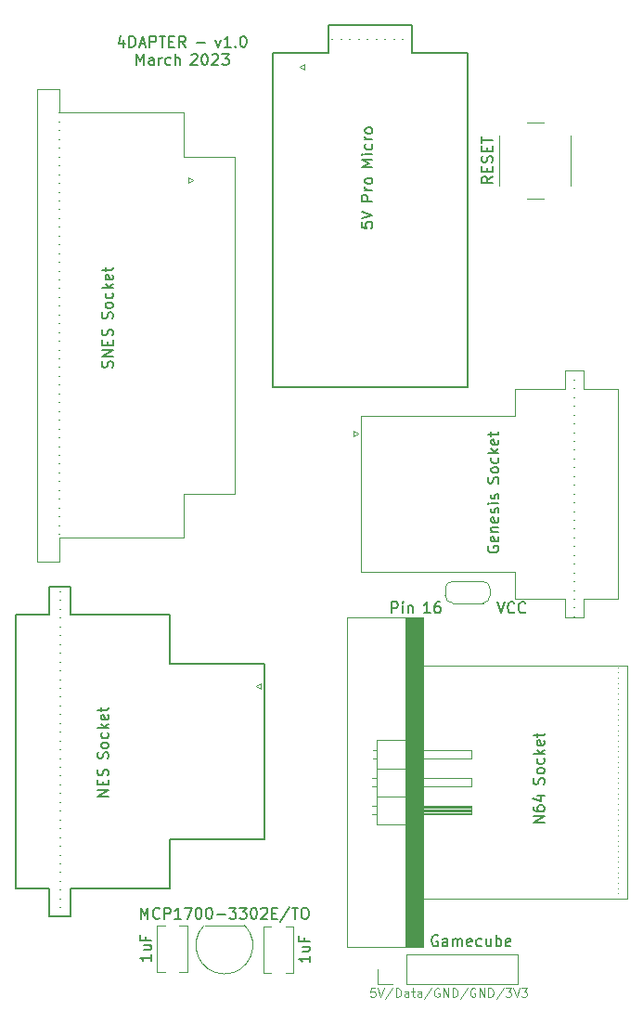
<source format=gbr>
%TF.GenerationSoftware,KiCad,Pcbnew,(7.0.0-0)*%
%TF.CreationDate,2023-05-15T11:59:49-04:00*%
%TF.ProjectId,4dapter,34646170-7465-4722-9e6b-696361645f70,rev?*%
%TF.SameCoordinates,Original*%
%TF.FileFunction,Legend,Top*%
%TF.FilePolarity,Positive*%
%FSLAX46Y46*%
G04 Gerber Fmt 4.6, Leading zero omitted, Abs format (unit mm)*
G04 Created by KiCad (PCBNEW (7.0.0-0)) date 2023-05-15 11:59:49*
%MOMM*%
%LPD*%
G01*
G04 APERTURE LIST*
%ADD10C,0.100000*%
%ADD11C,0.150000*%
%ADD12C,0.200000*%
%ADD13C,0.120000*%
G04 APERTURE END LIST*
D10*
X129781228Y-138421104D02*
X129400276Y-138421104D01*
X129400276Y-138421104D02*
X129362180Y-138802057D01*
X129362180Y-138802057D02*
X129400276Y-138763961D01*
X129400276Y-138763961D02*
X129476466Y-138725866D01*
X129476466Y-138725866D02*
X129666942Y-138725866D01*
X129666942Y-138725866D02*
X129743133Y-138763961D01*
X129743133Y-138763961D02*
X129781228Y-138802057D01*
X129781228Y-138802057D02*
X129819323Y-138878247D01*
X129819323Y-138878247D02*
X129819323Y-139068723D01*
X129819323Y-139068723D02*
X129781228Y-139144914D01*
X129781228Y-139144914D02*
X129743133Y-139183009D01*
X129743133Y-139183009D02*
X129666942Y-139221104D01*
X129666942Y-139221104D02*
X129476466Y-139221104D01*
X129476466Y-139221104D02*
X129400276Y-139183009D01*
X129400276Y-139183009D02*
X129362180Y-139144914D01*
X130047895Y-138421104D02*
X130314562Y-139221104D01*
X130314562Y-139221104D02*
X130581228Y-138421104D01*
X131419323Y-138383009D02*
X130733609Y-139411580D01*
X131685990Y-139221104D02*
X131685990Y-138421104D01*
X131685990Y-138421104D02*
X131876466Y-138421104D01*
X131876466Y-138421104D02*
X131990752Y-138459200D01*
X131990752Y-138459200D02*
X132066942Y-138535390D01*
X132066942Y-138535390D02*
X132105037Y-138611580D01*
X132105037Y-138611580D02*
X132143133Y-138763961D01*
X132143133Y-138763961D02*
X132143133Y-138878247D01*
X132143133Y-138878247D02*
X132105037Y-139030628D01*
X132105037Y-139030628D02*
X132066942Y-139106819D01*
X132066942Y-139106819D02*
X131990752Y-139183009D01*
X131990752Y-139183009D02*
X131876466Y-139221104D01*
X131876466Y-139221104D02*
X131685990Y-139221104D01*
X132828847Y-139221104D02*
X132828847Y-138802057D01*
X132828847Y-138802057D02*
X132790752Y-138725866D01*
X132790752Y-138725866D02*
X132714561Y-138687771D01*
X132714561Y-138687771D02*
X132562180Y-138687771D01*
X132562180Y-138687771D02*
X132485990Y-138725866D01*
X132828847Y-139183009D02*
X132752656Y-139221104D01*
X132752656Y-139221104D02*
X132562180Y-139221104D01*
X132562180Y-139221104D02*
X132485990Y-139183009D01*
X132485990Y-139183009D02*
X132447894Y-139106819D01*
X132447894Y-139106819D02*
X132447894Y-139030628D01*
X132447894Y-139030628D02*
X132485990Y-138954438D01*
X132485990Y-138954438D02*
X132562180Y-138916342D01*
X132562180Y-138916342D02*
X132752656Y-138916342D01*
X132752656Y-138916342D02*
X132828847Y-138878247D01*
X133095514Y-138687771D02*
X133400276Y-138687771D01*
X133209800Y-138421104D02*
X133209800Y-139106819D01*
X133209800Y-139106819D02*
X133247895Y-139183009D01*
X133247895Y-139183009D02*
X133324085Y-139221104D01*
X133324085Y-139221104D02*
X133400276Y-139221104D01*
X134009800Y-139221104D02*
X134009800Y-138802057D01*
X134009800Y-138802057D02*
X133971705Y-138725866D01*
X133971705Y-138725866D02*
X133895514Y-138687771D01*
X133895514Y-138687771D02*
X133743133Y-138687771D01*
X133743133Y-138687771D02*
X133666943Y-138725866D01*
X134009800Y-139183009D02*
X133933609Y-139221104D01*
X133933609Y-139221104D02*
X133743133Y-139221104D01*
X133743133Y-139221104D02*
X133666943Y-139183009D01*
X133666943Y-139183009D02*
X133628847Y-139106819D01*
X133628847Y-139106819D02*
X133628847Y-139030628D01*
X133628847Y-139030628D02*
X133666943Y-138954438D01*
X133666943Y-138954438D02*
X133743133Y-138916342D01*
X133743133Y-138916342D02*
X133933609Y-138916342D01*
X133933609Y-138916342D02*
X134009800Y-138878247D01*
X134962181Y-138383009D02*
X134276467Y-139411580D01*
X135647895Y-138459200D02*
X135571705Y-138421104D01*
X135571705Y-138421104D02*
X135457419Y-138421104D01*
X135457419Y-138421104D02*
X135343133Y-138459200D01*
X135343133Y-138459200D02*
X135266943Y-138535390D01*
X135266943Y-138535390D02*
X135228848Y-138611580D01*
X135228848Y-138611580D02*
X135190752Y-138763961D01*
X135190752Y-138763961D02*
X135190752Y-138878247D01*
X135190752Y-138878247D02*
X135228848Y-139030628D01*
X135228848Y-139030628D02*
X135266943Y-139106819D01*
X135266943Y-139106819D02*
X135343133Y-139183009D01*
X135343133Y-139183009D02*
X135457419Y-139221104D01*
X135457419Y-139221104D02*
X135533610Y-139221104D01*
X135533610Y-139221104D02*
X135647895Y-139183009D01*
X135647895Y-139183009D02*
X135685991Y-139144914D01*
X135685991Y-139144914D02*
X135685991Y-138878247D01*
X135685991Y-138878247D02*
X135533610Y-138878247D01*
X136028848Y-139221104D02*
X136028848Y-138421104D01*
X136028848Y-138421104D02*
X136485991Y-139221104D01*
X136485991Y-139221104D02*
X136485991Y-138421104D01*
X136866943Y-139221104D02*
X136866943Y-138421104D01*
X136866943Y-138421104D02*
X137057419Y-138421104D01*
X137057419Y-138421104D02*
X137171705Y-138459200D01*
X137171705Y-138459200D02*
X137247895Y-138535390D01*
X137247895Y-138535390D02*
X137285990Y-138611580D01*
X137285990Y-138611580D02*
X137324086Y-138763961D01*
X137324086Y-138763961D02*
X137324086Y-138878247D01*
X137324086Y-138878247D02*
X137285990Y-139030628D01*
X137285990Y-139030628D02*
X137247895Y-139106819D01*
X137247895Y-139106819D02*
X137171705Y-139183009D01*
X137171705Y-139183009D02*
X137057419Y-139221104D01*
X137057419Y-139221104D02*
X136866943Y-139221104D01*
X138238371Y-138383009D02*
X137552657Y-139411580D01*
X138924085Y-138459200D02*
X138847895Y-138421104D01*
X138847895Y-138421104D02*
X138733609Y-138421104D01*
X138733609Y-138421104D02*
X138619323Y-138459200D01*
X138619323Y-138459200D02*
X138543133Y-138535390D01*
X138543133Y-138535390D02*
X138505038Y-138611580D01*
X138505038Y-138611580D02*
X138466942Y-138763961D01*
X138466942Y-138763961D02*
X138466942Y-138878247D01*
X138466942Y-138878247D02*
X138505038Y-139030628D01*
X138505038Y-139030628D02*
X138543133Y-139106819D01*
X138543133Y-139106819D02*
X138619323Y-139183009D01*
X138619323Y-139183009D02*
X138733609Y-139221104D01*
X138733609Y-139221104D02*
X138809800Y-139221104D01*
X138809800Y-139221104D02*
X138924085Y-139183009D01*
X138924085Y-139183009D02*
X138962181Y-139144914D01*
X138962181Y-139144914D02*
X138962181Y-138878247D01*
X138962181Y-138878247D02*
X138809800Y-138878247D01*
X139305038Y-139221104D02*
X139305038Y-138421104D01*
X139305038Y-138421104D02*
X139762181Y-139221104D01*
X139762181Y-139221104D02*
X139762181Y-138421104D01*
X140143133Y-139221104D02*
X140143133Y-138421104D01*
X140143133Y-138421104D02*
X140333609Y-138421104D01*
X140333609Y-138421104D02*
X140447895Y-138459200D01*
X140447895Y-138459200D02*
X140524085Y-138535390D01*
X140524085Y-138535390D02*
X140562180Y-138611580D01*
X140562180Y-138611580D02*
X140600276Y-138763961D01*
X140600276Y-138763961D02*
X140600276Y-138878247D01*
X140600276Y-138878247D02*
X140562180Y-139030628D01*
X140562180Y-139030628D02*
X140524085Y-139106819D01*
X140524085Y-139106819D02*
X140447895Y-139183009D01*
X140447895Y-139183009D02*
X140333609Y-139221104D01*
X140333609Y-139221104D02*
X140143133Y-139221104D01*
X141514561Y-138383009D02*
X140828847Y-139411580D01*
X141705037Y-138421104D02*
X142200275Y-138421104D01*
X142200275Y-138421104D02*
X141933609Y-138725866D01*
X141933609Y-138725866D02*
X142047894Y-138725866D01*
X142047894Y-138725866D02*
X142124085Y-138763961D01*
X142124085Y-138763961D02*
X142162180Y-138802057D01*
X142162180Y-138802057D02*
X142200275Y-138878247D01*
X142200275Y-138878247D02*
X142200275Y-139068723D01*
X142200275Y-139068723D02*
X142162180Y-139144914D01*
X142162180Y-139144914D02*
X142124085Y-139183009D01*
X142124085Y-139183009D02*
X142047894Y-139221104D01*
X142047894Y-139221104D02*
X141819323Y-139221104D01*
X141819323Y-139221104D02*
X141743132Y-139183009D01*
X141743132Y-139183009D02*
X141705037Y-139144914D01*
X142428847Y-138421104D02*
X142695514Y-139221104D01*
X142695514Y-139221104D02*
X142962180Y-138421104D01*
X143152656Y-138421104D02*
X143647894Y-138421104D01*
X143647894Y-138421104D02*
X143381228Y-138725866D01*
X143381228Y-138725866D02*
X143495513Y-138725866D01*
X143495513Y-138725866D02*
X143571704Y-138763961D01*
X143571704Y-138763961D02*
X143609799Y-138802057D01*
X143609799Y-138802057D02*
X143647894Y-138878247D01*
X143647894Y-138878247D02*
X143647894Y-139068723D01*
X143647894Y-139068723D02*
X143609799Y-139144914D01*
X143609799Y-139144914D02*
X143571704Y-139183009D01*
X143571704Y-139183009D02*
X143495513Y-139221104D01*
X143495513Y-139221104D02*
X143266942Y-139221104D01*
X143266942Y-139221104D02*
X143190751Y-139183009D01*
X143190751Y-139183009D02*
X143152656Y-139144914D01*
D11*
X106855295Y-51925914D02*
X106855295Y-52592580D01*
X106617200Y-51544961D02*
X106379105Y-52259247D01*
X106379105Y-52259247D02*
X106998152Y-52259247D01*
X107379105Y-52592580D02*
X107379105Y-51592580D01*
X107379105Y-51592580D02*
X107617200Y-51592580D01*
X107617200Y-51592580D02*
X107760057Y-51640200D01*
X107760057Y-51640200D02*
X107855295Y-51735438D01*
X107855295Y-51735438D02*
X107902914Y-51830676D01*
X107902914Y-51830676D02*
X107950533Y-52021152D01*
X107950533Y-52021152D02*
X107950533Y-52164009D01*
X107950533Y-52164009D02*
X107902914Y-52354485D01*
X107902914Y-52354485D02*
X107855295Y-52449723D01*
X107855295Y-52449723D02*
X107760057Y-52544961D01*
X107760057Y-52544961D02*
X107617200Y-52592580D01*
X107617200Y-52592580D02*
X107379105Y-52592580D01*
X108331486Y-52306866D02*
X108807676Y-52306866D01*
X108236248Y-52592580D02*
X108569581Y-51592580D01*
X108569581Y-51592580D02*
X108902914Y-52592580D01*
X109236248Y-52592580D02*
X109236248Y-51592580D01*
X109236248Y-51592580D02*
X109617200Y-51592580D01*
X109617200Y-51592580D02*
X109712438Y-51640200D01*
X109712438Y-51640200D02*
X109760057Y-51687819D01*
X109760057Y-51687819D02*
X109807676Y-51783057D01*
X109807676Y-51783057D02*
X109807676Y-51925914D01*
X109807676Y-51925914D02*
X109760057Y-52021152D01*
X109760057Y-52021152D02*
X109712438Y-52068771D01*
X109712438Y-52068771D02*
X109617200Y-52116390D01*
X109617200Y-52116390D02*
X109236248Y-52116390D01*
X110093391Y-51592580D02*
X110664819Y-51592580D01*
X110379105Y-52592580D02*
X110379105Y-51592580D01*
X110998153Y-52068771D02*
X111331486Y-52068771D01*
X111474343Y-52592580D02*
X110998153Y-52592580D01*
X110998153Y-52592580D02*
X110998153Y-51592580D01*
X110998153Y-51592580D02*
X111474343Y-51592580D01*
X112474343Y-52592580D02*
X112141010Y-52116390D01*
X111902915Y-52592580D02*
X111902915Y-51592580D01*
X111902915Y-51592580D02*
X112283867Y-51592580D01*
X112283867Y-51592580D02*
X112379105Y-51640200D01*
X112379105Y-51640200D02*
X112426724Y-51687819D01*
X112426724Y-51687819D02*
X112474343Y-51783057D01*
X112474343Y-51783057D02*
X112474343Y-51925914D01*
X112474343Y-51925914D02*
X112426724Y-52021152D01*
X112426724Y-52021152D02*
X112379105Y-52068771D01*
X112379105Y-52068771D02*
X112283867Y-52116390D01*
X112283867Y-52116390D02*
X111902915Y-52116390D01*
X113502915Y-52211628D02*
X114264820Y-52211628D01*
X115245772Y-51925914D02*
X115483867Y-52592580D01*
X115483867Y-52592580D02*
X115721962Y-51925914D01*
X116626724Y-52592580D02*
X116055296Y-52592580D01*
X116341010Y-52592580D02*
X116341010Y-51592580D01*
X116341010Y-51592580D02*
X116245772Y-51735438D01*
X116245772Y-51735438D02*
X116150534Y-51830676D01*
X116150534Y-51830676D02*
X116055296Y-51878295D01*
X117055296Y-52497342D02*
X117102915Y-52544961D01*
X117102915Y-52544961D02*
X117055296Y-52592580D01*
X117055296Y-52592580D02*
X117007677Y-52544961D01*
X117007677Y-52544961D02*
X117055296Y-52497342D01*
X117055296Y-52497342D02*
X117055296Y-52592580D01*
X117721962Y-51592580D02*
X117817200Y-51592580D01*
X117817200Y-51592580D02*
X117912438Y-51640200D01*
X117912438Y-51640200D02*
X117960057Y-51687819D01*
X117960057Y-51687819D02*
X118007676Y-51783057D01*
X118007676Y-51783057D02*
X118055295Y-51973533D01*
X118055295Y-51973533D02*
X118055295Y-52211628D01*
X118055295Y-52211628D02*
X118007676Y-52402104D01*
X118007676Y-52402104D02*
X117960057Y-52497342D01*
X117960057Y-52497342D02*
X117912438Y-52544961D01*
X117912438Y-52544961D02*
X117817200Y-52592580D01*
X117817200Y-52592580D02*
X117721962Y-52592580D01*
X117721962Y-52592580D02*
X117626724Y-52544961D01*
X117626724Y-52544961D02*
X117579105Y-52497342D01*
X117579105Y-52497342D02*
X117531486Y-52402104D01*
X117531486Y-52402104D02*
X117483867Y-52211628D01*
X117483867Y-52211628D02*
X117483867Y-51973533D01*
X117483867Y-51973533D02*
X117531486Y-51783057D01*
X117531486Y-51783057D02*
X117579105Y-51687819D01*
X117579105Y-51687819D02*
X117626724Y-51640200D01*
X117626724Y-51640200D02*
X117721962Y-51592580D01*
X108036247Y-54212580D02*
X108036247Y-53212580D01*
X108036247Y-53212580D02*
X108369580Y-53926866D01*
X108369580Y-53926866D02*
X108702913Y-53212580D01*
X108702913Y-53212580D02*
X108702913Y-54212580D01*
X109607675Y-54212580D02*
X109607675Y-53688771D01*
X109607675Y-53688771D02*
X109560056Y-53593533D01*
X109560056Y-53593533D02*
X109464818Y-53545914D01*
X109464818Y-53545914D02*
X109274342Y-53545914D01*
X109274342Y-53545914D02*
X109179104Y-53593533D01*
X109607675Y-54164961D02*
X109512437Y-54212580D01*
X109512437Y-54212580D02*
X109274342Y-54212580D01*
X109274342Y-54212580D02*
X109179104Y-54164961D01*
X109179104Y-54164961D02*
X109131485Y-54069723D01*
X109131485Y-54069723D02*
X109131485Y-53974485D01*
X109131485Y-53974485D02*
X109179104Y-53879247D01*
X109179104Y-53879247D02*
X109274342Y-53831628D01*
X109274342Y-53831628D02*
X109512437Y-53831628D01*
X109512437Y-53831628D02*
X109607675Y-53784009D01*
X110083866Y-54212580D02*
X110083866Y-53545914D01*
X110083866Y-53736390D02*
X110131485Y-53641152D01*
X110131485Y-53641152D02*
X110179104Y-53593533D01*
X110179104Y-53593533D02*
X110274342Y-53545914D01*
X110274342Y-53545914D02*
X110369580Y-53545914D01*
X111131485Y-54164961D02*
X111036247Y-54212580D01*
X111036247Y-54212580D02*
X110845771Y-54212580D01*
X110845771Y-54212580D02*
X110750533Y-54164961D01*
X110750533Y-54164961D02*
X110702914Y-54117342D01*
X110702914Y-54117342D02*
X110655295Y-54022104D01*
X110655295Y-54022104D02*
X110655295Y-53736390D01*
X110655295Y-53736390D02*
X110702914Y-53641152D01*
X110702914Y-53641152D02*
X110750533Y-53593533D01*
X110750533Y-53593533D02*
X110845771Y-53545914D01*
X110845771Y-53545914D02*
X111036247Y-53545914D01*
X111036247Y-53545914D02*
X111131485Y-53593533D01*
X111560057Y-54212580D02*
X111560057Y-53212580D01*
X111988628Y-54212580D02*
X111988628Y-53688771D01*
X111988628Y-53688771D02*
X111941009Y-53593533D01*
X111941009Y-53593533D02*
X111845771Y-53545914D01*
X111845771Y-53545914D02*
X111702914Y-53545914D01*
X111702914Y-53545914D02*
X111607676Y-53593533D01*
X111607676Y-53593533D02*
X111560057Y-53641152D01*
X113017200Y-53307819D02*
X113064819Y-53260200D01*
X113064819Y-53260200D02*
X113160057Y-53212580D01*
X113160057Y-53212580D02*
X113398152Y-53212580D01*
X113398152Y-53212580D02*
X113493390Y-53260200D01*
X113493390Y-53260200D02*
X113541009Y-53307819D01*
X113541009Y-53307819D02*
X113588628Y-53403057D01*
X113588628Y-53403057D02*
X113588628Y-53498295D01*
X113588628Y-53498295D02*
X113541009Y-53641152D01*
X113541009Y-53641152D02*
X112969581Y-54212580D01*
X112969581Y-54212580D02*
X113588628Y-54212580D01*
X114207676Y-53212580D02*
X114302914Y-53212580D01*
X114302914Y-53212580D02*
X114398152Y-53260200D01*
X114398152Y-53260200D02*
X114445771Y-53307819D01*
X114445771Y-53307819D02*
X114493390Y-53403057D01*
X114493390Y-53403057D02*
X114541009Y-53593533D01*
X114541009Y-53593533D02*
X114541009Y-53831628D01*
X114541009Y-53831628D02*
X114493390Y-54022104D01*
X114493390Y-54022104D02*
X114445771Y-54117342D01*
X114445771Y-54117342D02*
X114398152Y-54164961D01*
X114398152Y-54164961D02*
X114302914Y-54212580D01*
X114302914Y-54212580D02*
X114207676Y-54212580D01*
X114207676Y-54212580D02*
X114112438Y-54164961D01*
X114112438Y-54164961D02*
X114064819Y-54117342D01*
X114064819Y-54117342D02*
X114017200Y-54022104D01*
X114017200Y-54022104D02*
X113969581Y-53831628D01*
X113969581Y-53831628D02*
X113969581Y-53593533D01*
X113969581Y-53593533D02*
X114017200Y-53403057D01*
X114017200Y-53403057D02*
X114064819Y-53307819D01*
X114064819Y-53307819D02*
X114112438Y-53260200D01*
X114112438Y-53260200D02*
X114207676Y-53212580D01*
X114921962Y-53307819D02*
X114969581Y-53260200D01*
X114969581Y-53260200D02*
X115064819Y-53212580D01*
X115064819Y-53212580D02*
X115302914Y-53212580D01*
X115302914Y-53212580D02*
X115398152Y-53260200D01*
X115398152Y-53260200D02*
X115445771Y-53307819D01*
X115445771Y-53307819D02*
X115493390Y-53403057D01*
X115493390Y-53403057D02*
X115493390Y-53498295D01*
X115493390Y-53498295D02*
X115445771Y-53641152D01*
X115445771Y-53641152D02*
X114874343Y-54212580D01*
X114874343Y-54212580D02*
X115493390Y-54212580D01*
X115826724Y-53212580D02*
X116445771Y-53212580D01*
X116445771Y-53212580D02*
X116112438Y-53593533D01*
X116112438Y-53593533D02*
X116255295Y-53593533D01*
X116255295Y-53593533D02*
X116350533Y-53641152D01*
X116350533Y-53641152D02*
X116398152Y-53688771D01*
X116398152Y-53688771D02*
X116445771Y-53784009D01*
X116445771Y-53784009D02*
X116445771Y-54022104D01*
X116445771Y-54022104D02*
X116398152Y-54117342D01*
X116398152Y-54117342D02*
X116350533Y-54164961D01*
X116350533Y-54164961D02*
X116255295Y-54212580D01*
X116255295Y-54212580D02*
X115969581Y-54212580D01*
X115969581Y-54212580D02*
X115874343Y-54164961D01*
X115874343Y-54164961D02*
X115826724Y-54117342D01*
%TO.C,U1*%
X128551780Y-68568381D02*
X128551780Y-69044571D01*
X128551780Y-69044571D02*
X129027971Y-69092190D01*
X129027971Y-69092190D02*
X128980352Y-69044571D01*
X128980352Y-69044571D02*
X128932733Y-68949333D01*
X128932733Y-68949333D02*
X128932733Y-68711238D01*
X128932733Y-68711238D02*
X128980352Y-68616000D01*
X128980352Y-68616000D02*
X129027971Y-68568381D01*
X129027971Y-68568381D02*
X129123209Y-68520762D01*
X129123209Y-68520762D02*
X129361304Y-68520762D01*
X129361304Y-68520762D02*
X129456542Y-68568381D01*
X129456542Y-68568381D02*
X129504161Y-68616000D01*
X129504161Y-68616000D02*
X129551780Y-68711238D01*
X129551780Y-68711238D02*
X129551780Y-68949333D01*
X129551780Y-68949333D02*
X129504161Y-69044571D01*
X129504161Y-69044571D02*
X129456542Y-69092190D01*
X128551780Y-68235047D02*
X129551780Y-67901714D01*
X129551780Y-67901714D02*
X128551780Y-67568381D01*
X129551780Y-66635047D02*
X128551780Y-66635047D01*
X128551780Y-66635047D02*
X128551780Y-66254095D01*
X128551780Y-66254095D02*
X128599400Y-66158857D01*
X128599400Y-66158857D02*
X128647019Y-66111238D01*
X128647019Y-66111238D02*
X128742257Y-66063619D01*
X128742257Y-66063619D02*
X128885114Y-66063619D01*
X128885114Y-66063619D02*
X128980352Y-66111238D01*
X128980352Y-66111238D02*
X129027971Y-66158857D01*
X129027971Y-66158857D02*
X129075590Y-66254095D01*
X129075590Y-66254095D02*
X129075590Y-66635047D01*
X129551780Y-65635047D02*
X128885114Y-65635047D01*
X129075590Y-65635047D02*
X128980352Y-65587428D01*
X128980352Y-65587428D02*
X128932733Y-65539809D01*
X128932733Y-65539809D02*
X128885114Y-65444571D01*
X128885114Y-65444571D02*
X128885114Y-65349333D01*
X129551780Y-64873142D02*
X129504161Y-64968380D01*
X129504161Y-64968380D02*
X129456542Y-65015999D01*
X129456542Y-65015999D02*
X129361304Y-65063618D01*
X129361304Y-65063618D02*
X129075590Y-65063618D01*
X129075590Y-65063618D02*
X128980352Y-65015999D01*
X128980352Y-65015999D02*
X128932733Y-64968380D01*
X128932733Y-64968380D02*
X128885114Y-64873142D01*
X128885114Y-64873142D02*
X128885114Y-64730285D01*
X128885114Y-64730285D02*
X128932733Y-64635047D01*
X128932733Y-64635047D02*
X128980352Y-64587428D01*
X128980352Y-64587428D02*
X129075590Y-64539809D01*
X129075590Y-64539809D02*
X129361304Y-64539809D01*
X129361304Y-64539809D02*
X129456542Y-64587428D01*
X129456542Y-64587428D02*
X129504161Y-64635047D01*
X129504161Y-64635047D02*
X129551780Y-64730285D01*
X129551780Y-64730285D02*
X129551780Y-64873142D01*
X129551780Y-63511237D02*
X128551780Y-63511237D01*
X128551780Y-63511237D02*
X129266066Y-63177904D01*
X129266066Y-63177904D02*
X128551780Y-62844571D01*
X128551780Y-62844571D02*
X129551780Y-62844571D01*
X129551780Y-62368380D02*
X128885114Y-62368380D01*
X128551780Y-62368380D02*
X128599400Y-62415999D01*
X128599400Y-62415999D02*
X128647019Y-62368380D01*
X128647019Y-62368380D02*
X128599400Y-62320761D01*
X128599400Y-62320761D02*
X128551780Y-62368380D01*
X128551780Y-62368380D02*
X128647019Y-62368380D01*
X129504161Y-61463619D02*
X129551780Y-61558857D01*
X129551780Y-61558857D02*
X129551780Y-61749333D01*
X129551780Y-61749333D02*
X129504161Y-61844571D01*
X129504161Y-61844571D02*
X129456542Y-61892190D01*
X129456542Y-61892190D02*
X129361304Y-61939809D01*
X129361304Y-61939809D02*
X129075590Y-61939809D01*
X129075590Y-61939809D02*
X128980352Y-61892190D01*
X128980352Y-61892190D02*
X128932733Y-61844571D01*
X128932733Y-61844571D02*
X128885114Y-61749333D01*
X128885114Y-61749333D02*
X128885114Y-61558857D01*
X128885114Y-61558857D02*
X128932733Y-61463619D01*
X129551780Y-61035047D02*
X128885114Y-61035047D01*
X129075590Y-61035047D02*
X128980352Y-60987428D01*
X128980352Y-60987428D02*
X128932733Y-60939809D01*
X128932733Y-60939809D02*
X128885114Y-60844571D01*
X128885114Y-60844571D02*
X128885114Y-60749333D01*
X129551780Y-60273142D02*
X129504161Y-60368380D01*
X129504161Y-60368380D02*
X129456542Y-60415999D01*
X129456542Y-60415999D02*
X129361304Y-60463618D01*
X129361304Y-60463618D02*
X129075590Y-60463618D01*
X129075590Y-60463618D02*
X128980352Y-60415999D01*
X128980352Y-60415999D02*
X128932733Y-60368380D01*
X128932733Y-60368380D02*
X128885114Y-60273142D01*
X128885114Y-60273142D02*
X128885114Y-60130285D01*
X128885114Y-60130285D02*
X128932733Y-60035047D01*
X128932733Y-60035047D02*
X128980352Y-59987428D01*
X128980352Y-59987428D02*
X129075590Y-59939809D01*
X129075590Y-59939809D02*
X129361304Y-59939809D01*
X129361304Y-59939809D02*
X129456542Y-59987428D01*
X129456542Y-59987428D02*
X129504161Y-60035047D01*
X129504161Y-60035047D02*
X129551780Y-60130285D01*
X129551780Y-60130285D02*
X129551780Y-60273142D01*
%TO.C,J1*%
X105472580Y-120932076D02*
X104472580Y-120932076D01*
X104472580Y-120932076D02*
X105472580Y-120360648D01*
X105472580Y-120360648D02*
X104472580Y-120360648D01*
X104948771Y-119884457D02*
X104948771Y-119551124D01*
X105472580Y-119408267D02*
X105472580Y-119884457D01*
X105472580Y-119884457D02*
X104472580Y-119884457D01*
X104472580Y-119884457D02*
X104472580Y-119408267D01*
X105424961Y-119027314D02*
X105472580Y-118884457D01*
X105472580Y-118884457D02*
X105472580Y-118646362D01*
X105472580Y-118646362D02*
X105424961Y-118551124D01*
X105424961Y-118551124D02*
X105377342Y-118503505D01*
X105377342Y-118503505D02*
X105282104Y-118455886D01*
X105282104Y-118455886D02*
X105186866Y-118455886D01*
X105186866Y-118455886D02*
X105091628Y-118503505D01*
X105091628Y-118503505D02*
X105044009Y-118551124D01*
X105044009Y-118551124D02*
X104996390Y-118646362D01*
X104996390Y-118646362D02*
X104948771Y-118836838D01*
X104948771Y-118836838D02*
X104901152Y-118932076D01*
X104901152Y-118932076D02*
X104853533Y-118979695D01*
X104853533Y-118979695D02*
X104758295Y-119027314D01*
X104758295Y-119027314D02*
X104663057Y-119027314D01*
X104663057Y-119027314D02*
X104567819Y-118979695D01*
X104567819Y-118979695D02*
X104520200Y-118932076D01*
X104520200Y-118932076D02*
X104472580Y-118836838D01*
X104472580Y-118836838D02*
X104472580Y-118598743D01*
X104472580Y-118598743D02*
X104520200Y-118455886D01*
X105424961Y-117474933D02*
X105472580Y-117332076D01*
X105472580Y-117332076D02*
X105472580Y-117093981D01*
X105472580Y-117093981D02*
X105424961Y-116998743D01*
X105424961Y-116998743D02*
X105377342Y-116951124D01*
X105377342Y-116951124D02*
X105282104Y-116903505D01*
X105282104Y-116903505D02*
X105186866Y-116903505D01*
X105186866Y-116903505D02*
X105091628Y-116951124D01*
X105091628Y-116951124D02*
X105044009Y-116998743D01*
X105044009Y-116998743D02*
X104996390Y-117093981D01*
X104996390Y-117093981D02*
X104948771Y-117284457D01*
X104948771Y-117284457D02*
X104901152Y-117379695D01*
X104901152Y-117379695D02*
X104853533Y-117427314D01*
X104853533Y-117427314D02*
X104758295Y-117474933D01*
X104758295Y-117474933D02*
X104663057Y-117474933D01*
X104663057Y-117474933D02*
X104567819Y-117427314D01*
X104567819Y-117427314D02*
X104520200Y-117379695D01*
X104520200Y-117379695D02*
X104472580Y-117284457D01*
X104472580Y-117284457D02*
X104472580Y-117046362D01*
X104472580Y-117046362D02*
X104520200Y-116903505D01*
X105472580Y-116332076D02*
X105424961Y-116427314D01*
X105424961Y-116427314D02*
X105377342Y-116474933D01*
X105377342Y-116474933D02*
X105282104Y-116522552D01*
X105282104Y-116522552D02*
X104996390Y-116522552D01*
X104996390Y-116522552D02*
X104901152Y-116474933D01*
X104901152Y-116474933D02*
X104853533Y-116427314D01*
X104853533Y-116427314D02*
X104805914Y-116332076D01*
X104805914Y-116332076D02*
X104805914Y-116189219D01*
X104805914Y-116189219D02*
X104853533Y-116093981D01*
X104853533Y-116093981D02*
X104901152Y-116046362D01*
X104901152Y-116046362D02*
X104996390Y-115998743D01*
X104996390Y-115998743D02*
X105282104Y-115998743D01*
X105282104Y-115998743D02*
X105377342Y-116046362D01*
X105377342Y-116046362D02*
X105424961Y-116093981D01*
X105424961Y-116093981D02*
X105472580Y-116189219D01*
X105472580Y-116189219D02*
X105472580Y-116332076D01*
X105424961Y-115141600D02*
X105472580Y-115236838D01*
X105472580Y-115236838D02*
X105472580Y-115427314D01*
X105472580Y-115427314D02*
X105424961Y-115522552D01*
X105424961Y-115522552D02*
X105377342Y-115570171D01*
X105377342Y-115570171D02*
X105282104Y-115617790D01*
X105282104Y-115617790D02*
X104996390Y-115617790D01*
X104996390Y-115617790D02*
X104901152Y-115570171D01*
X104901152Y-115570171D02*
X104853533Y-115522552D01*
X104853533Y-115522552D02*
X104805914Y-115427314D01*
X104805914Y-115427314D02*
X104805914Y-115236838D01*
X104805914Y-115236838D02*
X104853533Y-115141600D01*
X105472580Y-114713028D02*
X104472580Y-114713028D01*
X105091628Y-114617790D02*
X105472580Y-114332076D01*
X104805914Y-114332076D02*
X105186866Y-114713028D01*
X105424961Y-113522552D02*
X105472580Y-113617790D01*
X105472580Y-113617790D02*
X105472580Y-113808266D01*
X105472580Y-113808266D02*
X105424961Y-113903504D01*
X105424961Y-113903504D02*
X105329723Y-113951123D01*
X105329723Y-113951123D02*
X104948771Y-113951123D01*
X104948771Y-113951123D02*
X104853533Y-113903504D01*
X104853533Y-113903504D02*
X104805914Y-113808266D01*
X104805914Y-113808266D02*
X104805914Y-113617790D01*
X104805914Y-113617790D02*
X104853533Y-113522552D01*
X104853533Y-113522552D02*
X104948771Y-113474933D01*
X104948771Y-113474933D02*
X105044009Y-113474933D01*
X105044009Y-113474933D02*
X105139247Y-113951123D01*
X104805914Y-113189218D02*
X104805914Y-112808266D01*
X104472580Y-113046361D02*
X105329723Y-113046361D01*
X105329723Y-113046361D02*
X105424961Y-112998742D01*
X105424961Y-112998742D02*
X105472580Y-112903504D01*
X105472580Y-112903504D02*
X105472580Y-112808266D01*
%TO.C,RESET*%
X140526980Y-64394781D02*
X140050790Y-64728114D01*
X140526980Y-64966209D02*
X139526980Y-64966209D01*
X139526980Y-64966209D02*
X139526980Y-64585257D01*
X139526980Y-64585257D02*
X139574600Y-64490019D01*
X139574600Y-64490019D02*
X139622219Y-64442400D01*
X139622219Y-64442400D02*
X139717457Y-64394781D01*
X139717457Y-64394781D02*
X139860314Y-64394781D01*
X139860314Y-64394781D02*
X139955552Y-64442400D01*
X139955552Y-64442400D02*
X140003171Y-64490019D01*
X140003171Y-64490019D02*
X140050790Y-64585257D01*
X140050790Y-64585257D02*
X140050790Y-64966209D01*
X140003171Y-63966209D02*
X140003171Y-63632876D01*
X140526980Y-63490019D02*
X140526980Y-63966209D01*
X140526980Y-63966209D02*
X139526980Y-63966209D01*
X139526980Y-63966209D02*
X139526980Y-63490019D01*
X140479361Y-63109066D02*
X140526980Y-62966209D01*
X140526980Y-62966209D02*
X140526980Y-62728114D01*
X140526980Y-62728114D02*
X140479361Y-62632876D01*
X140479361Y-62632876D02*
X140431742Y-62585257D01*
X140431742Y-62585257D02*
X140336504Y-62537638D01*
X140336504Y-62537638D02*
X140241266Y-62537638D01*
X140241266Y-62537638D02*
X140146028Y-62585257D01*
X140146028Y-62585257D02*
X140098409Y-62632876D01*
X140098409Y-62632876D02*
X140050790Y-62728114D01*
X140050790Y-62728114D02*
X140003171Y-62918590D01*
X140003171Y-62918590D02*
X139955552Y-63013828D01*
X139955552Y-63013828D02*
X139907933Y-63061447D01*
X139907933Y-63061447D02*
X139812695Y-63109066D01*
X139812695Y-63109066D02*
X139717457Y-63109066D01*
X139717457Y-63109066D02*
X139622219Y-63061447D01*
X139622219Y-63061447D02*
X139574600Y-63013828D01*
X139574600Y-63013828D02*
X139526980Y-62918590D01*
X139526980Y-62918590D02*
X139526980Y-62680495D01*
X139526980Y-62680495D02*
X139574600Y-62537638D01*
X140003171Y-62109066D02*
X140003171Y-61775733D01*
X140526980Y-61632876D02*
X140526980Y-62109066D01*
X140526980Y-62109066D02*
X139526980Y-62109066D01*
X139526980Y-62109066D02*
X139526980Y-61632876D01*
X139526980Y-61347161D02*
X139526980Y-60775733D01*
X140526980Y-61061447D02*
X139526980Y-61061447D01*
%TO.C,C2*%
X109358780Y-135367638D02*
X109358780Y-135939066D01*
X109358780Y-135653352D02*
X108358780Y-135653352D01*
X108358780Y-135653352D02*
X108501638Y-135748590D01*
X108501638Y-135748590D02*
X108596876Y-135843828D01*
X108596876Y-135843828D02*
X108644495Y-135939066D01*
X108692114Y-134510495D02*
X109358780Y-134510495D01*
X108692114Y-134939066D02*
X109215923Y-134939066D01*
X109215923Y-134939066D02*
X109311161Y-134891447D01*
X109311161Y-134891447D02*
X109358780Y-134796209D01*
X109358780Y-134796209D02*
X109358780Y-134653352D01*
X109358780Y-134653352D02*
X109311161Y-134558114D01*
X109311161Y-134558114D02*
X109263542Y-134510495D01*
X108834971Y-133700971D02*
X108834971Y-134034304D01*
X109358780Y-134034304D02*
X108358780Y-134034304D01*
X108358780Y-134034304D02*
X108358780Y-133558114D01*
%TO.C,JP1*%
X131323038Y-104202580D02*
X131323038Y-103202580D01*
X131323038Y-103202580D02*
X131703990Y-103202580D01*
X131703990Y-103202580D02*
X131799228Y-103250200D01*
X131799228Y-103250200D02*
X131846847Y-103297819D01*
X131846847Y-103297819D02*
X131894466Y-103393057D01*
X131894466Y-103393057D02*
X131894466Y-103535914D01*
X131894466Y-103535914D02*
X131846847Y-103631152D01*
X131846847Y-103631152D02*
X131799228Y-103678771D01*
X131799228Y-103678771D02*
X131703990Y-103726390D01*
X131703990Y-103726390D02*
X131323038Y-103726390D01*
X132323038Y-104202580D02*
X132323038Y-103535914D01*
X132323038Y-103202580D02*
X132275419Y-103250200D01*
X132275419Y-103250200D02*
X132323038Y-103297819D01*
X132323038Y-103297819D02*
X132370657Y-103250200D01*
X132370657Y-103250200D02*
X132323038Y-103202580D01*
X132323038Y-103202580D02*
X132323038Y-103297819D01*
X132799228Y-103535914D02*
X132799228Y-104202580D01*
X132799228Y-103631152D02*
X132846847Y-103583533D01*
X132846847Y-103583533D02*
X132942085Y-103535914D01*
X132942085Y-103535914D02*
X133084942Y-103535914D01*
X133084942Y-103535914D02*
X133180180Y-103583533D01*
X133180180Y-103583533D02*
X133227799Y-103678771D01*
X133227799Y-103678771D02*
X133227799Y-104202580D01*
X134827799Y-104202580D02*
X134256371Y-104202580D01*
X134542085Y-104202580D02*
X134542085Y-103202580D01*
X134542085Y-103202580D02*
X134446847Y-103345438D01*
X134446847Y-103345438D02*
X134351609Y-103440676D01*
X134351609Y-103440676D02*
X134256371Y-103488295D01*
X135684942Y-103202580D02*
X135494466Y-103202580D01*
X135494466Y-103202580D02*
X135399228Y-103250200D01*
X135399228Y-103250200D02*
X135351609Y-103297819D01*
X135351609Y-103297819D02*
X135256371Y-103440676D01*
X135256371Y-103440676D02*
X135208752Y-103631152D01*
X135208752Y-103631152D02*
X135208752Y-104012104D01*
X135208752Y-104012104D02*
X135256371Y-104107342D01*
X135256371Y-104107342D02*
X135303990Y-104154961D01*
X135303990Y-104154961D02*
X135399228Y-104202580D01*
X135399228Y-104202580D02*
X135589704Y-104202580D01*
X135589704Y-104202580D02*
X135684942Y-104154961D01*
X135684942Y-104154961D02*
X135732561Y-104107342D01*
X135732561Y-104107342D02*
X135780180Y-104012104D01*
X135780180Y-104012104D02*
X135780180Y-103774009D01*
X135780180Y-103774009D02*
X135732561Y-103678771D01*
X135732561Y-103678771D02*
X135684942Y-103631152D01*
X135684942Y-103631152D02*
X135589704Y-103583533D01*
X135589704Y-103583533D02*
X135399228Y-103583533D01*
X135399228Y-103583533D02*
X135303990Y-103631152D01*
X135303990Y-103631152D02*
X135256371Y-103678771D01*
X135256371Y-103678771D02*
X135208752Y-103774009D01*
X140932067Y-103202580D02*
X141265400Y-104202580D01*
X141265400Y-104202580D02*
X141598733Y-103202580D01*
X142503495Y-104107342D02*
X142455876Y-104154961D01*
X142455876Y-104154961D02*
X142313019Y-104202580D01*
X142313019Y-104202580D02*
X142217781Y-104202580D01*
X142217781Y-104202580D02*
X142074924Y-104154961D01*
X142074924Y-104154961D02*
X141979686Y-104059723D01*
X141979686Y-104059723D02*
X141932067Y-103964485D01*
X141932067Y-103964485D02*
X141884448Y-103774009D01*
X141884448Y-103774009D02*
X141884448Y-103631152D01*
X141884448Y-103631152D02*
X141932067Y-103440676D01*
X141932067Y-103440676D02*
X141979686Y-103345438D01*
X141979686Y-103345438D02*
X142074924Y-103250200D01*
X142074924Y-103250200D02*
X142217781Y-103202580D01*
X142217781Y-103202580D02*
X142313019Y-103202580D01*
X142313019Y-103202580D02*
X142455876Y-103250200D01*
X142455876Y-103250200D02*
X142503495Y-103297819D01*
X143503495Y-104107342D02*
X143455876Y-104154961D01*
X143455876Y-104154961D02*
X143313019Y-104202580D01*
X143313019Y-104202580D02*
X143217781Y-104202580D01*
X143217781Y-104202580D02*
X143074924Y-104154961D01*
X143074924Y-104154961D02*
X142979686Y-104059723D01*
X142979686Y-104059723D02*
X142932067Y-103964485D01*
X142932067Y-103964485D02*
X142884448Y-103774009D01*
X142884448Y-103774009D02*
X142884448Y-103631152D01*
X142884448Y-103631152D02*
X142932067Y-103440676D01*
X142932067Y-103440676D02*
X142979686Y-103345438D01*
X142979686Y-103345438D02*
X143074924Y-103250200D01*
X143074924Y-103250200D02*
X143217781Y-103202580D01*
X143217781Y-103202580D02*
X143313019Y-103202580D01*
X143313019Y-103202580D02*
X143455876Y-103250200D01*
X143455876Y-103250200D02*
X143503495Y-103297819D01*
%TO.C,U3*%
X145242380Y-123318085D02*
X144242380Y-123318085D01*
X144242380Y-123318085D02*
X145242380Y-122746657D01*
X145242380Y-122746657D02*
X144242380Y-122746657D01*
X144242380Y-121841895D02*
X144242380Y-122032371D01*
X144242380Y-122032371D02*
X144290000Y-122127609D01*
X144290000Y-122127609D02*
X144337619Y-122175228D01*
X144337619Y-122175228D02*
X144480476Y-122270466D01*
X144480476Y-122270466D02*
X144670952Y-122318085D01*
X144670952Y-122318085D02*
X145051904Y-122318085D01*
X145051904Y-122318085D02*
X145147142Y-122270466D01*
X145147142Y-122270466D02*
X145194761Y-122222847D01*
X145194761Y-122222847D02*
X145242380Y-122127609D01*
X145242380Y-122127609D02*
X145242380Y-121937133D01*
X145242380Y-121937133D02*
X145194761Y-121841895D01*
X145194761Y-121841895D02*
X145147142Y-121794276D01*
X145147142Y-121794276D02*
X145051904Y-121746657D01*
X145051904Y-121746657D02*
X144813809Y-121746657D01*
X144813809Y-121746657D02*
X144718571Y-121794276D01*
X144718571Y-121794276D02*
X144670952Y-121841895D01*
X144670952Y-121841895D02*
X144623333Y-121937133D01*
X144623333Y-121937133D02*
X144623333Y-122127609D01*
X144623333Y-122127609D02*
X144670952Y-122222847D01*
X144670952Y-122222847D02*
X144718571Y-122270466D01*
X144718571Y-122270466D02*
X144813809Y-122318085D01*
X144575714Y-120889514D02*
X145242380Y-120889514D01*
X144194761Y-121127609D02*
X144909047Y-121365704D01*
X144909047Y-121365704D02*
X144909047Y-120746657D01*
X145194761Y-119813323D02*
X145242380Y-119670466D01*
X145242380Y-119670466D02*
X145242380Y-119432371D01*
X145242380Y-119432371D02*
X145194761Y-119337133D01*
X145194761Y-119337133D02*
X145147142Y-119289514D01*
X145147142Y-119289514D02*
X145051904Y-119241895D01*
X145051904Y-119241895D02*
X144956666Y-119241895D01*
X144956666Y-119241895D02*
X144861428Y-119289514D01*
X144861428Y-119289514D02*
X144813809Y-119337133D01*
X144813809Y-119337133D02*
X144766190Y-119432371D01*
X144766190Y-119432371D02*
X144718571Y-119622847D01*
X144718571Y-119622847D02*
X144670952Y-119718085D01*
X144670952Y-119718085D02*
X144623333Y-119765704D01*
X144623333Y-119765704D02*
X144528095Y-119813323D01*
X144528095Y-119813323D02*
X144432857Y-119813323D01*
X144432857Y-119813323D02*
X144337619Y-119765704D01*
X144337619Y-119765704D02*
X144290000Y-119718085D01*
X144290000Y-119718085D02*
X144242380Y-119622847D01*
X144242380Y-119622847D02*
X144242380Y-119384752D01*
X144242380Y-119384752D02*
X144290000Y-119241895D01*
X145242380Y-118670466D02*
X145194761Y-118765704D01*
X145194761Y-118765704D02*
X145147142Y-118813323D01*
X145147142Y-118813323D02*
X145051904Y-118860942D01*
X145051904Y-118860942D02*
X144766190Y-118860942D01*
X144766190Y-118860942D02*
X144670952Y-118813323D01*
X144670952Y-118813323D02*
X144623333Y-118765704D01*
X144623333Y-118765704D02*
X144575714Y-118670466D01*
X144575714Y-118670466D02*
X144575714Y-118527609D01*
X144575714Y-118527609D02*
X144623333Y-118432371D01*
X144623333Y-118432371D02*
X144670952Y-118384752D01*
X144670952Y-118384752D02*
X144766190Y-118337133D01*
X144766190Y-118337133D02*
X145051904Y-118337133D01*
X145051904Y-118337133D02*
X145147142Y-118384752D01*
X145147142Y-118384752D02*
X145194761Y-118432371D01*
X145194761Y-118432371D02*
X145242380Y-118527609D01*
X145242380Y-118527609D02*
X145242380Y-118670466D01*
X145194761Y-117479990D02*
X145242380Y-117575228D01*
X145242380Y-117575228D02*
X145242380Y-117765704D01*
X145242380Y-117765704D02*
X145194761Y-117860942D01*
X145194761Y-117860942D02*
X145147142Y-117908561D01*
X145147142Y-117908561D02*
X145051904Y-117956180D01*
X145051904Y-117956180D02*
X144766190Y-117956180D01*
X144766190Y-117956180D02*
X144670952Y-117908561D01*
X144670952Y-117908561D02*
X144623333Y-117860942D01*
X144623333Y-117860942D02*
X144575714Y-117765704D01*
X144575714Y-117765704D02*
X144575714Y-117575228D01*
X144575714Y-117575228D02*
X144623333Y-117479990D01*
X145242380Y-117051418D02*
X144242380Y-117051418D01*
X144861428Y-116956180D02*
X145242380Y-116670466D01*
X144575714Y-116670466D02*
X144956666Y-117051418D01*
X145194761Y-115860942D02*
X145242380Y-115956180D01*
X145242380Y-115956180D02*
X145242380Y-116146656D01*
X145242380Y-116146656D02*
X145194761Y-116241894D01*
X145194761Y-116241894D02*
X145099523Y-116289513D01*
X145099523Y-116289513D02*
X144718571Y-116289513D01*
X144718571Y-116289513D02*
X144623333Y-116241894D01*
X144623333Y-116241894D02*
X144575714Y-116146656D01*
X144575714Y-116146656D02*
X144575714Y-115956180D01*
X144575714Y-115956180D02*
X144623333Y-115860942D01*
X144623333Y-115860942D02*
X144718571Y-115813323D01*
X144718571Y-115813323D02*
X144813809Y-115813323D01*
X144813809Y-115813323D02*
X144909047Y-116289513D01*
X144575714Y-115527608D02*
X144575714Y-115146656D01*
X144242380Y-115384751D02*
X145099523Y-115384751D01*
X145099523Y-115384751D02*
X145194761Y-115337132D01*
X145194761Y-115337132D02*
X145242380Y-115241894D01*
X145242380Y-115241894D02*
X145242380Y-115146656D01*
%TO.C,C1*%
X123847580Y-135474638D02*
X123847580Y-136046066D01*
X123847580Y-135760352D02*
X122847580Y-135760352D01*
X122847580Y-135760352D02*
X122990438Y-135855590D01*
X122990438Y-135855590D02*
X123085676Y-135950828D01*
X123085676Y-135950828D02*
X123133295Y-136046066D01*
X123180914Y-134617495D02*
X123847580Y-134617495D01*
X123180914Y-135046066D02*
X123704723Y-135046066D01*
X123704723Y-135046066D02*
X123799961Y-134998447D01*
X123799961Y-134998447D02*
X123847580Y-134903209D01*
X123847580Y-134903209D02*
X123847580Y-134760352D01*
X123847580Y-134760352D02*
X123799961Y-134665114D01*
X123799961Y-134665114D02*
X123752342Y-134617495D01*
X123323771Y-133807971D02*
X123323771Y-134141304D01*
X123847580Y-134141304D02*
X122847580Y-134141304D01*
X122847580Y-134141304D02*
X122847580Y-133665114D01*
%TO.C,U4*%
X105831361Y-81806485D02*
X105878980Y-81663628D01*
X105878980Y-81663628D02*
X105878980Y-81425533D01*
X105878980Y-81425533D02*
X105831361Y-81330295D01*
X105831361Y-81330295D02*
X105783742Y-81282676D01*
X105783742Y-81282676D02*
X105688504Y-81235057D01*
X105688504Y-81235057D02*
X105593266Y-81235057D01*
X105593266Y-81235057D02*
X105498028Y-81282676D01*
X105498028Y-81282676D02*
X105450409Y-81330295D01*
X105450409Y-81330295D02*
X105402790Y-81425533D01*
X105402790Y-81425533D02*
X105355171Y-81616009D01*
X105355171Y-81616009D02*
X105307552Y-81711247D01*
X105307552Y-81711247D02*
X105259933Y-81758866D01*
X105259933Y-81758866D02*
X105164695Y-81806485D01*
X105164695Y-81806485D02*
X105069457Y-81806485D01*
X105069457Y-81806485D02*
X104974219Y-81758866D01*
X104974219Y-81758866D02*
X104926600Y-81711247D01*
X104926600Y-81711247D02*
X104878980Y-81616009D01*
X104878980Y-81616009D02*
X104878980Y-81377914D01*
X104878980Y-81377914D02*
X104926600Y-81235057D01*
X105878980Y-80806485D02*
X104878980Y-80806485D01*
X104878980Y-80806485D02*
X105878980Y-80235057D01*
X105878980Y-80235057D02*
X104878980Y-80235057D01*
X105355171Y-79758866D02*
X105355171Y-79425533D01*
X105878980Y-79282676D02*
X105878980Y-79758866D01*
X105878980Y-79758866D02*
X104878980Y-79758866D01*
X104878980Y-79758866D02*
X104878980Y-79282676D01*
X105831361Y-78901723D02*
X105878980Y-78758866D01*
X105878980Y-78758866D02*
X105878980Y-78520771D01*
X105878980Y-78520771D02*
X105831361Y-78425533D01*
X105831361Y-78425533D02*
X105783742Y-78377914D01*
X105783742Y-78377914D02*
X105688504Y-78330295D01*
X105688504Y-78330295D02*
X105593266Y-78330295D01*
X105593266Y-78330295D02*
X105498028Y-78377914D01*
X105498028Y-78377914D02*
X105450409Y-78425533D01*
X105450409Y-78425533D02*
X105402790Y-78520771D01*
X105402790Y-78520771D02*
X105355171Y-78711247D01*
X105355171Y-78711247D02*
X105307552Y-78806485D01*
X105307552Y-78806485D02*
X105259933Y-78854104D01*
X105259933Y-78854104D02*
X105164695Y-78901723D01*
X105164695Y-78901723D02*
X105069457Y-78901723D01*
X105069457Y-78901723D02*
X104974219Y-78854104D01*
X104974219Y-78854104D02*
X104926600Y-78806485D01*
X104926600Y-78806485D02*
X104878980Y-78711247D01*
X104878980Y-78711247D02*
X104878980Y-78473152D01*
X104878980Y-78473152D02*
X104926600Y-78330295D01*
X105831361Y-77349342D02*
X105878980Y-77206485D01*
X105878980Y-77206485D02*
X105878980Y-76968390D01*
X105878980Y-76968390D02*
X105831361Y-76873152D01*
X105831361Y-76873152D02*
X105783742Y-76825533D01*
X105783742Y-76825533D02*
X105688504Y-76777914D01*
X105688504Y-76777914D02*
X105593266Y-76777914D01*
X105593266Y-76777914D02*
X105498028Y-76825533D01*
X105498028Y-76825533D02*
X105450409Y-76873152D01*
X105450409Y-76873152D02*
X105402790Y-76968390D01*
X105402790Y-76968390D02*
X105355171Y-77158866D01*
X105355171Y-77158866D02*
X105307552Y-77254104D01*
X105307552Y-77254104D02*
X105259933Y-77301723D01*
X105259933Y-77301723D02*
X105164695Y-77349342D01*
X105164695Y-77349342D02*
X105069457Y-77349342D01*
X105069457Y-77349342D02*
X104974219Y-77301723D01*
X104974219Y-77301723D02*
X104926600Y-77254104D01*
X104926600Y-77254104D02*
X104878980Y-77158866D01*
X104878980Y-77158866D02*
X104878980Y-76920771D01*
X104878980Y-76920771D02*
X104926600Y-76777914D01*
X105878980Y-76206485D02*
X105831361Y-76301723D01*
X105831361Y-76301723D02*
X105783742Y-76349342D01*
X105783742Y-76349342D02*
X105688504Y-76396961D01*
X105688504Y-76396961D02*
X105402790Y-76396961D01*
X105402790Y-76396961D02*
X105307552Y-76349342D01*
X105307552Y-76349342D02*
X105259933Y-76301723D01*
X105259933Y-76301723D02*
X105212314Y-76206485D01*
X105212314Y-76206485D02*
X105212314Y-76063628D01*
X105212314Y-76063628D02*
X105259933Y-75968390D01*
X105259933Y-75968390D02*
X105307552Y-75920771D01*
X105307552Y-75920771D02*
X105402790Y-75873152D01*
X105402790Y-75873152D02*
X105688504Y-75873152D01*
X105688504Y-75873152D02*
X105783742Y-75920771D01*
X105783742Y-75920771D02*
X105831361Y-75968390D01*
X105831361Y-75968390D02*
X105878980Y-76063628D01*
X105878980Y-76063628D02*
X105878980Y-76206485D01*
X105831361Y-75016009D02*
X105878980Y-75111247D01*
X105878980Y-75111247D02*
X105878980Y-75301723D01*
X105878980Y-75301723D02*
X105831361Y-75396961D01*
X105831361Y-75396961D02*
X105783742Y-75444580D01*
X105783742Y-75444580D02*
X105688504Y-75492199D01*
X105688504Y-75492199D02*
X105402790Y-75492199D01*
X105402790Y-75492199D02*
X105307552Y-75444580D01*
X105307552Y-75444580D02*
X105259933Y-75396961D01*
X105259933Y-75396961D02*
X105212314Y-75301723D01*
X105212314Y-75301723D02*
X105212314Y-75111247D01*
X105212314Y-75111247D02*
X105259933Y-75016009D01*
X105878980Y-74587437D02*
X104878980Y-74587437D01*
X105498028Y-74492199D02*
X105878980Y-74206485D01*
X105212314Y-74206485D02*
X105593266Y-74587437D01*
X105831361Y-73396961D02*
X105878980Y-73492199D01*
X105878980Y-73492199D02*
X105878980Y-73682675D01*
X105878980Y-73682675D02*
X105831361Y-73777913D01*
X105831361Y-73777913D02*
X105736123Y-73825532D01*
X105736123Y-73825532D02*
X105355171Y-73825532D01*
X105355171Y-73825532D02*
X105259933Y-73777913D01*
X105259933Y-73777913D02*
X105212314Y-73682675D01*
X105212314Y-73682675D02*
X105212314Y-73492199D01*
X105212314Y-73492199D02*
X105259933Y-73396961D01*
X105259933Y-73396961D02*
X105355171Y-73349342D01*
X105355171Y-73349342D02*
X105450409Y-73349342D01*
X105450409Y-73349342D02*
X105545647Y-73825532D01*
X105212314Y-73063627D02*
X105212314Y-72682675D01*
X104878980Y-72920770D02*
X105736123Y-72920770D01*
X105736123Y-72920770D02*
X105831361Y-72873151D01*
X105831361Y-72873151D02*
X105878980Y-72777913D01*
X105878980Y-72777913D02*
X105878980Y-72682675D01*
%TO.C,U2*%
X108404343Y-132096780D02*
X108404343Y-131096780D01*
X108404343Y-131096780D02*
X108737676Y-131811066D01*
X108737676Y-131811066D02*
X109071009Y-131096780D01*
X109071009Y-131096780D02*
X109071009Y-132096780D01*
X110118628Y-132001542D02*
X110071009Y-132049161D01*
X110071009Y-132049161D02*
X109928152Y-132096780D01*
X109928152Y-132096780D02*
X109832914Y-132096780D01*
X109832914Y-132096780D02*
X109690057Y-132049161D01*
X109690057Y-132049161D02*
X109594819Y-131953923D01*
X109594819Y-131953923D02*
X109547200Y-131858685D01*
X109547200Y-131858685D02*
X109499581Y-131668209D01*
X109499581Y-131668209D02*
X109499581Y-131525352D01*
X109499581Y-131525352D02*
X109547200Y-131334876D01*
X109547200Y-131334876D02*
X109594819Y-131239638D01*
X109594819Y-131239638D02*
X109690057Y-131144400D01*
X109690057Y-131144400D02*
X109832914Y-131096780D01*
X109832914Y-131096780D02*
X109928152Y-131096780D01*
X109928152Y-131096780D02*
X110071009Y-131144400D01*
X110071009Y-131144400D02*
X110118628Y-131192019D01*
X110547200Y-132096780D02*
X110547200Y-131096780D01*
X110547200Y-131096780D02*
X110928152Y-131096780D01*
X110928152Y-131096780D02*
X111023390Y-131144400D01*
X111023390Y-131144400D02*
X111071009Y-131192019D01*
X111071009Y-131192019D02*
X111118628Y-131287257D01*
X111118628Y-131287257D02*
X111118628Y-131430114D01*
X111118628Y-131430114D02*
X111071009Y-131525352D01*
X111071009Y-131525352D02*
X111023390Y-131572971D01*
X111023390Y-131572971D02*
X110928152Y-131620590D01*
X110928152Y-131620590D02*
X110547200Y-131620590D01*
X112071009Y-132096780D02*
X111499581Y-132096780D01*
X111785295Y-132096780D02*
X111785295Y-131096780D01*
X111785295Y-131096780D02*
X111690057Y-131239638D01*
X111690057Y-131239638D02*
X111594819Y-131334876D01*
X111594819Y-131334876D02*
X111499581Y-131382495D01*
X112404343Y-131096780D02*
X113071009Y-131096780D01*
X113071009Y-131096780D02*
X112642438Y-132096780D01*
X113642438Y-131096780D02*
X113737676Y-131096780D01*
X113737676Y-131096780D02*
X113832914Y-131144400D01*
X113832914Y-131144400D02*
X113880533Y-131192019D01*
X113880533Y-131192019D02*
X113928152Y-131287257D01*
X113928152Y-131287257D02*
X113975771Y-131477733D01*
X113975771Y-131477733D02*
X113975771Y-131715828D01*
X113975771Y-131715828D02*
X113928152Y-131906304D01*
X113928152Y-131906304D02*
X113880533Y-132001542D01*
X113880533Y-132001542D02*
X113832914Y-132049161D01*
X113832914Y-132049161D02*
X113737676Y-132096780D01*
X113737676Y-132096780D02*
X113642438Y-132096780D01*
X113642438Y-132096780D02*
X113547200Y-132049161D01*
X113547200Y-132049161D02*
X113499581Y-132001542D01*
X113499581Y-132001542D02*
X113451962Y-131906304D01*
X113451962Y-131906304D02*
X113404343Y-131715828D01*
X113404343Y-131715828D02*
X113404343Y-131477733D01*
X113404343Y-131477733D02*
X113451962Y-131287257D01*
X113451962Y-131287257D02*
X113499581Y-131192019D01*
X113499581Y-131192019D02*
X113547200Y-131144400D01*
X113547200Y-131144400D02*
X113642438Y-131096780D01*
X114594819Y-131096780D02*
X114690057Y-131096780D01*
X114690057Y-131096780D02*
X114785295Y-131144400D01*
X114785295Y-131144400D02*
X114832914Y-131192019D01*
X114832914Y-131192019D02*
X114880533Y-131287257D01*
X114880533Y-131287257D02*
X114928152Y-131477733D01*
X114928152Y-131477733D02*
X114928152Y-131715828D01*
X114928152Y-131715828D02*
X114880533Y-131906304D01*
X114880533Y-131906304D02*
X114832914Y-132001542D01*
X114832914Y-132001542D02*
X114785295Y-132049161D01*
X114785295Y-132049161D02*
X114690057Y-132096780D01*
X114690057Y-132096780D02*
X114594819Y-132096780D01*
X114594819Y-132096780D02*
X114499581Y-132049161D01*
X114499581Y-132049161D02*
X114451962Y-132001542D01*
X114451962Y-132001542D02*
X114404343Y-131906304D01*
X114404343Y-131906304D02*
X114356724Y-131715828D01*
X114356724Y-131715828D02*
X114356724Y-131477733D01*
X114356724Y-131477733D02*
X114404343Y-131287257D01*
X114404343Y-131287257D02*
X114451962Y-131192019D01*
X114451962Y-131192019D02*
X114499581Y-131144400D01*
X114499581Y-131144400D02*
X114594819Y-131096780D01*
X115356724Y-131715828D02*
X116118629Y-131715828D01*
X116499581Y-131096780D02*
X117118628Y-131096780D01*
X117118628Y-131096780D02*
X116785295Y-131477733D01*
X116785295Y-131477733D02*
X116928152Y-131477733D01*
X116928152Y-131477733D02*
X117023390Y-131525352D01*
X117023390Y-131525352D02*
X117071009Y-131572971D01*
X117071009Y-131572971D02*
X117118628Y-131668209D01*
X117118628Y-131668209D02*
X117118628Y-131906304D01*
X117118628Y-131906304D02*
X117071009Y-132001542D01*
X117071009Y-132001542D02*
X117023390Y-132049161D01*
X117023390Y-132049161D02*
X116928152Y-132096780D01*
X116928152Y-132096780D02*
X116642438Y-132096780D01*
X116642438Y-132096780D02*
X116547200Y-132049161D01*
X116547200Y-132049161D02*
X116499581Y-132001542D01*
X117451962Y-131096780D02*
X118071009Y-131096780D01*
X118071009Y-131096780D02*
X117737676Y-131477733D01*
X117737676Y-131477733D02*
X117880533Y-131477733D01*
X117880533Y-131477733D02*
X117975771Y-131525352D01*
X117975771Y-131525352D02*
X118023390Y-131572971D01*
X118023390Y-131572971D02*
X118071009Y-131668209D01*
X118071009Y-131668209D02*
X118071009Y-131906304D01*
X118071009Y-131906304D02*
X118023390Y-132001542D01*
X118023390Y-132001542D02*
X117975771Y-132049161D01*
X117975771Y-132049161D02*
X117880533Y-132096780D01*
X117880533Y-132096780D02*
X117594819Y-132096780D01*
X117594819Y-132096780D02*
X117499581Y-132049161D01*
X117499581Y-132049161D02*
X117451962Y-132001542D01*
X118690057Y-131096780D02*
X118785295Y-131096780D01*
X118785295Y-131096780D02*
X118880533Y-131144400D01*
X118880533Y-131144400D02*
X118928152Y-131192019D01*
X118928152Y-131192019D02*
X118975771Y-131287257D01*
X118975771Y-131287257D02*
X119023390Y-131477733D01*
X119023390Y-131477733D02*
X119023390Y-131715828D01*
X119023390Y-131715828D02*
X118975771Y-131906304D01*
X118975771Y-131906304D02*
X118928152Y-132001542D01*
X118928152Y-132001542D02*
X118880533Y-132049161D01*
X118880533Y-132049161D02*
X118785295Y-132096780D01*
X118785295Y-132096780D02*
X118690057Y-132096780D01*
X118690057Y-132096780D02*
X118594819Y-132049161D01*
X118594819Y-132049161D02*
X118547200Y-132001542D01*
X118547200Y-132001542D02*
X118499581Y-131906304D01*
X118499581Y-131906304D02*
X118451962Y-131715828D01*
X118451962Y-131715828D02*
X118451962Y-131477733D01*
X118451962Y-131477733D02*
X118499581Y-131287257D01*
X118499581Y-131287257D02*
X118547200Y-131192019D01*
X118547200Y-131192019D02*
X118594819Y-131144400D01*
X118594819Y-131144400D02*
X118690057Y-131096780D01*
X119404343Y-131192019D02*
X119451962Y-131144400D01*
X119451962Y-131144400D02*
X119547200Y-131096780D01*
X119547200Y-131096780D02*
X119785295Y-131096780D01*
X119785295Y-131096780D02*
X119880533Y-131144400D01*
X119880533Y-131144400D02*
X119928152Y-131192019D01*
X119928152Y-131192019D02*
X119975771Y-131287257D01*
X119975771Y-131287257D02*
X119975771Y-131382495D01*
X119975771Y-131382495D02*
X119928152Y-131525352D01*
X119928152Y-131525352D02*
X119356724Y-132096780D01*
X119356724Y-132096780D02*
X119975771Y-132096780D01*
X120404343Y-131572971D02*
X120737676Y-131572971D01*
X120880533Y-132096780D02*
X120404343Y-132096780D01*
X120404343Y-132096780D02*
X120404343Y-131096780D01*
X120404343Y-131096780D02*
X120880533Y-131096780D01*
X122023390Y-131049161D02*
X121166248Y-132334876D01*
X122213867Y-131096780D02*
X122785295Y-131096780D01*
X122499581Y-132096780D02*
X122499581Y-131096780D01*
X123309105Y-131096780D02*
X123499581Y-131096780D01*
X123499581Y-131096780D02*
X123594819Y-131144400D01*
X123594819Y-131144400D02*
X123690057Y-131239638D01*
X123690057Y-131239638D02*
X123737676Y-131430114D01*
X123737676Y-131430114D02*
X123737676Y-131763447D01*
X123737676Y-131763447D02*
X123690057Y-131953923D01*
X123690057Y-131953923D02*
X123594819Y-132049161D01*
X123594819Y-132049161D02*
X123499581Y-132096780D01*
X123499581Y-132096780D02*
X123309105Y-132096780D01*
X123309105Y-132096780D02*
X123213867Y-132049161D01*
X123213867Y-132049161D02*
X123118629Y-131953923D01*
X123118629Y-131953923D02*
X123071010Y-131763447D01*
X123071010Y-131763447D02*
X123071010Y-131430114D01*
X123071010Y-131430114D02*
X123118629Y-131239638D01*
X123118629Y-131239638D02*
X123213867Y-131144400D01*
X123213867Y-131144400D02*
X123309105Y-131096780D01*
%TO.C,*%
%TO.C,J3*%
X140112200Y-98119129D02*
X140064580Y-98214367D01*
X140064580Y-98214367D02*
X140064580Y-98357224D01*
X140064580Y-98357224D02*
X140112200Y-98500081D01*
X140112200Y-98500081D02*
X140207438Y-98595319D01*
X140207438Y-98595319D02*
X140302676Y-98642938D01*
X140302676Y-98642938D02*
X140493152Y-98690557D01*
X140493152Y-98690557D02*
X140636009Y-98690557D01*
X140636009Y-98690557D02*
X140826485Y-98642938D01*
X140826485Y-98642938D02*
X140921723Y-98595319D01*
X140921723Y-98595319D02*
X141016961Y-98500081D01*
X141016961Y-98500081D02*
X141064580Y-98357224D01*
X141064580Y-98357224D02*
X141064580Y-98261986D01*
X141064580Y-98261986D02*
X141016961Y-98119129D01*
X141016961Y-98119129D02*
X140969342Y-98071510D01*
X140969342Y-98071510D02*
X140636009Y-98071510D01*
X140636009Y-98071510D02*
X140636009Y-98261986D01*
X141016961Y-97261986D02*
X141064580Y-97357224D01*
X141064580Y-97357224D02*
X141064580Y-97547700D01*
X141064580Y-97547700D02*
X141016961Y-97642938D01*
X141016961Y-97642938D02*
X140921723Y-97690557D01*
X140921723Y-97690557D02*
X140540771Y-97690557D01*
X140540771Y-97690557D02*
X140445533Y-97642938D01*
X140445533Y-97642938D02*
X140397914Y-97547700D01*
X140397914Y-97547700D02*
X140397914Y-97357224D01*
X140397914Y-97357224D02*
X140445533Y-97261986D01*
X140445533Y-97261986D02*
X140540771Y-97214367D01*
X140540771Y-97214367D02*
X140636009Y-97214367D01*
X140636009Y-97214367D02*
X140731247Y-97690557D01*
X140397914Y-96785795D02*
X141064580Y-96785795D01*
X140493152Y-96785795D02*
X140445533Y-96738176D01*
X140445533Y-96738176D02*
X140397914Y-96642938D01*
X140397914Y-96642938D02*
X140397914Y-96500081D01*
X140397914Y-96500081D02*
X140445533Y-96404843D01*
X140445533Y-96404843D02*
X140540771Y-96357224D01*
X140540771Y-96357224D02*
X141064580Y-96357224D01*
X141016961Y-95500081D02*
X141064580Y-95595319D01*
X141064580Y-95595319D02*
X141064580Y-95785795D01*
X141064580Y-95785795D02*
X141016961Y-95881033D01*
X141016961Y-95881033D02*
X140921723Y-95928652D01*
X140921723Y-95928652D02*
X140540771Y-95928652D01*
X140540771Y-95928652D02*
X140445533Y-95881033D01*
X140445533Y-95881033D02*
X140397914Y-95785795D01*
X140397914Y-95785795D02*
X140397914Y-95595319D01*
X140397914Y-95595319D02*
X140445533Y-95500081D01*
X140445533Y-95500081D02*
X140540771Y-95452462D01*
X140540771Y-95452462D02*
X140636009Y-95452462D01*
X140636009Y-95452462D02*
X140731247Y-95928652D01*
X141016961Y-95071509D02*
X141064580Y-94976271D01*
X141064580Y-94976271D02*
X141064580Y-94785795D01*
X141064580Y-94785795D02*
X141016961Y-94690557D01*
X141016961Y-94690557D02*
X140921723Y-94642938D01*
X140921723Y-94642938D02*
X140874104Y-94642938D01*
X140874104Y-94642938D02*
X140778866Y-94690557D01*
X140778866Y-94690557D02*
X140731247Y-94785795D01*
X140731247Y-94785795D02*
X140731247Y-94928652D01*
X140731247Y-94928652D02*
X140683628Y-95023890D01*
X140683628Y-95023890D02*
X140588390Y-95071509D01*
X140588390Y-95071509D02*
X140540771Y-95071509D01*
X140540771Y-95071509D02*
X140445533Y-95023890D01*
X140445533Y-95023890D02*
X140397914Y-94928652D01*
X140397914Y-94928652D02*
X140397914Y-94785795D01*
X140397914Y-94785795D02*
X140445533Y-94690557D01*
X141064580Y-94214366D02*
X140397914Y-94214366D01*
X140064580Y-94214366D02*
X140112200Y-94261985D01*
X140112200Y-94261985D02*
X140159819Y-94214366D01*
X140159819Y-94214366D02*
X140112200Y-94166747D01*
X140112200Y-94166747D02*
X140064580Y-94214366D01*
X140064580Y-94214366D02*
X140159819Y-94214366D01*
X141016961Y-93785795D02*
X141064580Y-93690557D01*
X141064580Y-93690557D02*
X141064580Y-93500081D01*
X141064580Y-93500081D02*
X141016961Y-93404843D01*
X141016961Y-93404843D02*
X140921723Y-93357224D01*
X140921723Y-93357224D02*
X140874104Y-93357224D01*
X140874104Y-93357224D02*
X140778866Y-93404843D01*
X140778866Y-93404843D02*
X140731247Y-93500081D01*
X140731247Y-93500081D02*
X140731247Y-93642938D01*
X140731247Y-93642938D02*
X140683628Y-93738176D01*
X140683628Y-93738176D02*
X140588390Y-93785795D01*
X140588390Y-93785795D02*
X140540771Y-93785795D01*
X140540771Y-93785795D02*
X140445533Y-93738176D01*
X140445533Y-93738176D02*
X140397914Y-93642938D01*
X140397914Y-93642938D02*
X140397914Y-93500081D01*
X140397914Y-93500081D02*
X140445533Y-93404843D01*
X141016961Y-92376271D02*
X141064580Y-92233414D01*
X141064580Y-92233414D02*
X141064580Y-91995319D01*
X141064580Y-91995319D02*
X141016961Y-91900081D01*
X141016961Y-91900081D02*
X140969342Y-91852462D01*
X140969342Y-91852462D02*
X140874104Y-91804843D01*
X140874104Y-91804843D02*
X140778866Y-91804843D01*
X140778866Y-91804843D02*
X140683628Y-91852462D01*
X140683628Y-91852462D02*
X140636009Y-91900081D01*
X140636009Y-91900081D02*
X140588390Y-91995319D01*
X140588390Y-91995319D02*
X140540771Y-92185795D01*
X140540771Y-92185795D02*
X140493152Y-92281033D01*
X140493152Y-92281033D02*
X140445533Y-92328652D01*
X140445533Y-92328652D02*
X140350295Y-92376271D01*
X140350295Y-92376271D02*
X140255057Y-92376271D01*
X140255057Y-92376271D02*
X140159819Y-92328652D01*
X140159819Y-92328652D02*
X140112200Y-92281033D01*
X140112200Y-92281033D02*
X140064580Y-92185795D01*
X140064580Y-92185795D02*
X140064580Y-91947700D01*
X140064580Y-91947700D02*
X140112200Y-91804843D01*
X141064580Y-91233414D02*
X141016961Y-91328652D01*
X141016961Y-91328652D02*
X140969342Y-91376271D01*
X140969342Y-91376271D02*
X140874104Y-91423890D01*
X140874104Y-91423890D02*
X140588390Y-91423890D01*
X140588390Y-91423890D02*
X140493152Y-91376271D01*
X140493152Y-91376271D02*
X140445533Y-91328652D01*
X140445533Y-91328652D02*
X140397914Y-91233414D01*
X140397914Y-91233414D02*
X140397914Y-91090557D01*
X140397914Y-91090557D02*
X140445533Y-90995319D01*
X140445533Y-90995319D02*
X140493152Y-90947700D01*
X140493152Y-90947700D02*
X140588390Y-90900081D01*
X140588390Y-90900081D02*
X140874104Y-90900081D01*
X140874104Y-90900081D02*
X140969342Y-90947700D01*
X140969342Y-90947700D02*
X141016961Y-90995319D01*
X141016961Y-90995319D02*
X141064580Y-91090557D01*
X141064580Y-91090557D02*
X141064580Y-91233414D01*
X141016961Y-90042938D02*
X141064580Y-90138176D01*
X141064580Y-90138176D02*
X141064580Y-90328652D01*
X141064580Y-90328652D02*
X141016961Y-90423890D01*
X141016961Y-90423890D02*
X140969342Y-90471509D01*
X140969342Y-90471509D02*
X140874104Y-90519128D01*
X140874104Y-90519128D02*
X140588390Y-90519128D01*
X140588390Y-90519128D02*
X140493152Y-90471509D01*
X140493152Y-90471509D02*
X140445533Y-90423890D01*
X140445533Y-90423890D02*
X140397914Y-90328652D01*
X140397914Y-90328652D02*
X140397914Y-90138176D01*
X140397914Y-90138176D02*
X140445533Y-90042938D01*
X141064580Y-89614366D02*
X140064580Y-89614366D01*
X140683628Y-89519128D02*
X141064580Y-89233414D01*
X140397914Y-89233414D02*
X140778866Y-89614366D01*
X141016961Y-88423890D02*
X141064580Y-88519128D01*
X141064580Y-88519128D02*
X141064580Y-88709604D01*
X141064580Y-88709604D02*
X141016961Y-88804842D01*
X141016961Y-88804842D02*
X140921723Y-88852461D01*
X140921723Y-88852461D02*
X140540771Y-88852461D01*
X140540771Y-88852461D02*
X140445533Y-88804842D01*
X140445533Y-88804842D02*
X140397914Y-88709604D01*
X140397914Y-88709604D02*
X140397914Y-88519128D01*
X140397914Y-88519128D02*
X140445533Y-88423890D01*
X140445533Y-88423890D02*
X140540771Y-88376271D01*
X140540771Y-88376271D02*
X140636009Y-88376271D01*
X140636009Y-88376271D02*
X140731247Y-88852461D01*
X140397914Y-88090556D02*
X140397914Y-87709604D01*
X140064580Y-87947699D02*
X140921723Y-87947699D01*
X140921723Y-87947699D02*
X141016961Y-87900080D01*
X141016961Y-87900080D02*
X141064580Y-87804842D01*
X141064580Y-87804842D02*
X141064580Y-87709604D01*
%TO.C,J4*%
X135509380Y-133628600D02*
X135414142Y-133580980D01*
X135414142Y-133580980D02*
X135271285Y-133580980D01*
X135271285Y-133580980D02*
X135128428Y-133628600D01*
X135128428Y-133628600D02*
X135033190Y-133723838D01*
X135033190Y-133723838D02*
X134985571Y-133819076D01*
X134985571Y-133819076D02*
X134937952Y-134009552D01*
X134937952Y-134009552D02*
X134937952Y-134152409D01*
X134937952Y-134152409D02*
X134985571Y-134342885D01*
X134985571Y-134342885D02*
X135033190Y-134438123D01*
X135033190Y-134438123D02*
X135128428Y-134533361D01*
X135128428Y-134533361D02*
X135271285Y-134580980D01*
X135271285Y-134580980D02*
X135366523Y-134580980D01*
X135366523Y-134580980D02*
X135509380Y-134533361D01*
X135509380Y-134533361D02*
X135556999Y-134485742D01*
X135556999Y-134485742D02*
X135556999Y-134152409D01*
X135556999Y-134152409D02*
X135366523Y-134152409D01*
X136414142Y-134580980D02*
X136414142Y-134057171D01*
X136414142Y-134057171D02*
X136366523Y-133961933D01*
X136366523Y-133961933D02*
X136271285Y-133914314D01*
X136271285Y-133914314D02*
X136080809Y-133914314D01*
X136080809Y-133914314D02*
X135985571Y-133961933D01*
X136414142Y-134533361D02*
X136318904Y-134580980D01*
X136318904Y-134580980D02*
X136080809Y-134580980D01*
X136080809Y-134580980D02*
X135985571Y-134533361D01*
X135985571Y-134533361D02*
X135937952Y-134438123D01*
X135937952Y-134438123D02*
X135937952Y-134342885D01*
X135937952Y-134342885D02*
X135985571Y-134247647D01*
X135985571Y-134247647D02*
X136080809Y-134200028D01*
X136080809Y-134200028D02*
X136318904Y-134200028D01*
X136318904Y-134200028D02*
X136414142Y-134152409D01*
X136890333Y-134580980D02*
X136890333Y-133914314D01*
X136890333Y-134009552D02*
X136937952Y-133961933D01*
X136937952Y-133961933D02*
X137033190Y-133914314D01*
X137033190Y-133914314D02*
X137176047Y-133914314D01*
X137176047Y-133914314D02*
X137271285Y-133961933D01*
X137271285Y-133961933D02*
X137318904Y-134057171D01*
X137318904Y-134057171D02*
X137318904Y-134580980D01*
X137318904Y-134057171D02*
X137366523Y-133961933D01*
X137366523Y-133961933D02*
X137461761Y-133914314D01*
X137461761Y-133914314D02*
X137604618Y-133914314D01*
X137604618Y-133914314D02*
X137699857Y-133961933D01*
X137699857Y-133961933D02*
X137747476Y-134057171D01*
X137747476Y-134057171D02*
X137747476Y-134580980D01*
X138604618Y-134533361D02*
X138509380Y-134580980D01*
X138509380Y-134580980D02*
X138318904Y-134580980D01*
X138318904Y-134580980D02*
X138223666Y-134533361D01*
X138223666Y-134533361D02*
X138176047Y-134438123D01*
X138176047Y-134438123D02*
X138176047Y-134057171D01*
X138176047Y-134057171D02*
X138223666Y-133961933D01*
X138223666Y-133961933D02*
X138318904Y-133914314D01*
X138318904Y-133914314D02*
X138509380Y-133914314D01*
X138509380Y-133914314D02*
X138604618Y-133961933D01*
X138604618Y-133961933D02*
X138652237Y-134057171D01*
X138652237Y-134057171D02*
X138652237Y-134152409D01*
X138652237Y-134152409D02*
X138176047Y-134247647D01*
X139509380Y-134533361D02*
X139414142Y-134580980D01*
X139414142Y-134580980D02*
X139223666Y-134580980D01*
X139223666Y-134580980D02*
X139128428Y-134533361D01*
X139128428Y-134533361D02*
X139080809Y-134485742D01*
X139080809Y-134485742D02*
X139033190Y-134390504D01*
X139033190Y-134390504D02*
X139033190Y-134104790D01*
X139033190Y-134104790D02*
X139080809Y-134009552D01*
X139080809Y-134009552D02*
X139128428Y-133961933D01*
X139128428Y-133961933D02*
X139223666Y-133914314D01*
X139223666Y-133914314D02*
X139414142Y-133914314D01*
X139414142Y-133914314D02*
X139509380Y-133961933D01*
X140366523Y-133914314D02*
X140366523Y-134580980D01*
X139937952Y-133914314D02*
X139937952Y-134438123D01*
X139937952Y-134438123D02*
X139985571Y-134533361D01*
X139985571Y-134533361D02*
X140080809Y-134580980D01*
X140080809Y-134580980D02*
X140223666Y-134580980D01*
X140223666Y-134580980D02*
X140318904Y-134533361D01*
X140318904Y-134533361D02*
X140366523Y-134485742D01*
X140842714Y-134580980D02*
X140842714Y-133580980D01*
X140842714Y-133961933D02*
X140937952Y-133914314D01*
X140937952Y-133914314D02*
X141128428Y-133914314D01*
X141128428Y-133914314D02*
X141223666Y-133961933D01*
X141223666Y-133961933D02*
X141271285Y-134009552D01*
X141271285Y-134009552D02*
X141318904Y-134104790D01*
X141318904Y-134104790D02*
X141318904Y-134390504D01*
X141318904Y-134390504D02*
X141271285Y-134485742D01*
X141271285Y-134485742D02*
X141223666Y-134533361D01*
X141223666Y-134533361D02*
X141128428Y-134580980D01*
X141128428Y-134580980D02*
X140937952Y-134580980D01*
X140937952Y-134580980D02*
X140842714Y-134533361D01*
X142128428Y-134533361D02*
X142033190Y-134580980D01*
X142033190Y-134580980D02*
X141842714Y-134580980D01*
X141842714Y-134580980D02*
X141747476Y-134533361D01*
X141747476Y-134533361D02*
X141699857Y-134438123D01*
X141699857Y-134438123D02*
X141699857Y-134057171D01*
X141699857Y-134057171D02*
X141747476Y-133961933D01*
X141747476Y-133961933D02*
X141842714Y-133914314D01*
X141842714Y-133914314D02*
X142033190Y-133914314D01*
X142033190Y-133914314D02*
X142128428Y-133961933D01*
X142128428Y-133961933D02*
X142176047Y-134057171D01*
X142176047Y-134057171D02*
X142176047Y-134152409D01*
X142176047Y-134152409D02*
X141699857Y-134247647D01*
%TO.C,U1*%
X133121400Y-50571400D02*
X133121400Y-53111400D01*
X125501400Y-50571400D02*
X133121400Y-50571400D01*
D12*
X133121400Y-51841400D02*
X133121400Y-51841400D01*
X132321400Y-51841400D02*
X132321400Y-51841400D01*
X131521400Y-51841400D02*
X131521400Y-51841400D01*
X130721400Y-51841400D02*
X130721400Y-51841400D01*
X129921400Y-51841400D02*
X129921400Y-51841400D01*
X129121400Y-51841400D02*
X129121400Y-51841400D01*
X128321400Y-51841400D02*
X128321400Y-51841400D01*
X127521400Y-51841400D02*
X127521400Y-51841400D01*
X126721400Y-51841400D02*
X126721400Y-51841400D01*
X125921400Y-51841400D02*
X125921400Y-51841400D01*
D11*
X138201400Y-53111400D02*
X138201400Y-83591400D01*
X133121400Y-53111400D02*
X138201400Y-53111400D01*
X125501400Y-53111400D02*
X125501400Y-50571400D01*
X120421400Y-53111400D02*
X125501400Y-53111400D01*
X120421400Y-53111400D02*
X120421400Y-83591400D01*
D13*
X123318213Y-54131400D02*
X123318213Y-54631400D01*
X122885200Y-54381400D02*
X123318213Y-54131400D01*
X123318213Y-54631400D02*
X122885200Y-54381400D01*
D11*
X138201400Y-83591400D02*
X120421400Y-83591400D01*
%TO.C,J1*%
X119713200Y-108845600D02*
X119713200Y-124845600D01*
X119713200Y-108845600D02*
X111043200Y-108845600D01*
D13*
X119381213Y-111095600D02*
X118948200Y-110845600D01*
X119381213Y-110595600D02*
X119381213Y-111095600D01*
X118948200Y-110845600D02*
X119381213Y-110595600D01*
D11*
X111043200Y-129345600D02*
X111043200Y-124845600D01*
X111043200Y-124845600D02*
X119713200Y-124845600D01*
X111043200Y-108845600D02*
X111043200Y-104345600D01*
X111043200Y-104345600D02*
X102043200Y-104345600D01*
X102043200Y-131845600D02*
X102043200Y-129345600D01*
X102043200Y-129345600D02*
X111043200Y-129345600D01*
X102043200Y-104345600D02*
X102043200Y-101845600D01*
X102043200Y-101845600D02*
X100043200Y-101845600D01*
D12*
X101043200Y-131835600D02*
X101043200Y-131835600D01*
X101043200Y-131035600D02*
X101043200Y-131035600D01*
X101043200Y-130235600D02*
X101043200Y-130235600D01*
X101043200Y-129435600D02*
X101043200Y-129435600D01*
X101043200Y-128635600D02*
X101043200Y-128635600D01*
X101043200Y-127835600D02*
X101043200Y-127835600D01*
X101043200Y-127035600D02*
X101043200Y-127035600D01*
X101043200Y-126235600D02*
X101043200Y-126235600D01*
X101043200Y-125435600D02*
X101043200Y-125435600D01*
X101043200Y-124635600D02*
X101043200Y-124635600D01*
X101043200Y-123835600D02*
X101043200Y-123835600D01*
X101043200Y-123035600D02*
X101043200Y-123035600D01*
X101043200Y-122235600D02*
X101043200Y-122235600D01*
X101043200Y-121435600D02*
X101043200Y-121435600D01*
X101043200Y-120635600D02*
X101043200Y-120635600D01*
X101043200Y-119835600D02*
X101043200Y-119835600D01*
X101043200Y-119035600D02*
X101043200Y-119035600D01*
X101043200Y-118235600D02*
X101043200Y-118235600D01*
X101043200Y-117435600D02*
X101043200Y-117435600D01*
X101043200Y-116635600D02*
X101043200Y-116635600D01*
X101043200Y-115835600D02*
X101043200Y-115835600D01*
X101043200Y-115035600D02*
X101043200Y-115035600D01*
X101043200Y-114235600D02*
X101043200Y-114235600D01*
X101043200Y-113435600D02*
X101043200Y-113435600D01*
X101043200Y-112635600D02*
X101043200Y-112635600D01*
X101043200Y-111835600D02*
X101043200Y-111835600D01*
X101043200Y-111035600D02*
X101043200Y-111035600D01*
X101043200Y-110235600D02*
X101043200Y-110235600D01*
X101043200Y-109435600D02*
X101043200Y-109435600D01*
X101043200Y-108635600D02*
X101043200Y-108635600D01*
X101043200Y-107835600D02*
X101043200Y-107835600D01*
X101043200Y-107035600D02*
X101043200Y-107035600D01*
X101043200Y-106235600D02*
X101043200Y-106235600D01*
X101043200Y-105435600D02*
X101043200Y-105435600D01*
X101043200Y-104635600D02*
X101043200Y-104635600D01*
X101043200Y-103835600D02*
X101043200Y-103835600D01*
X101043200Y-103035600D02*
X101043200Y-103035600D01*
X101043200Y-102235600D02*
X101043200Y-102235600D01*
D11*
X100043200Y-131845600D02*
X102043200Y-131845600D01*
X100043200Y-129345600D02*
X100043200Y-131845600D01*
X100043200Y-104345600D02*
X97043200Y-104345600D01*
X100043200Y-101845600D02*
X100043200Y-104345600D01*
X97043200Y-129345600D02*
X100043200Y-129345600D01*
X97043200Y-104345600D02*
X97043200Y-129345600D01*
D13*
%TO.C,RESET*%
X143659600Y-66442400D02*
X145159600Y-66442400D01*
X147659600Y-65192400D02*
X147659600Y-60692400D01*
X141159600Y-60692400D02*
X141159600Y-65192400D01*
X145159600Y-59442400D02*
X143659600Y-59442400D01*
%TO.C,C2*%
X112647400Y-132689400D02*
X111942400Y-132689400D01*
X112647400Y-132689400D02*
X112647400Y-136929400D01*
X110612400Y-132689400D02*
X109907400Y-132689400D01*
X109907400Y-132689400D02*
X109907400Y-136929400D01*
X112647400Y-136929400D02*
X111942400Y-136929400D01*
X110612400Y-136929400D02*
X109907400Y-136929400D01*
%TO.C,JP1*%
X136197600Y-102601800D02*
X136197600Y-102001800D01*
X136847600Y-101301800D02*
X139647600Y-101301800D01*
X139647600Y-103301800D02*
X136847600Y-103301800D01*
X140297600Y-102001800D02*
X140297600Y-102601800D01*
X136897600Y-101301800D02*
G75*
G03*
X136197600Y-102001800I-1J-699999D01*
G01*
X136197600Y-102601800D02*
G75*
G03*
X136897600Y-103301800I699999J-1D01*
G01*
X140297600Y-102001800D02*
G75*
G03*
X139597600Y-101301800I-700000J0D01*
G01*
X139597600Y-103301800D02*
G75*
G03*
X140297600Y-102601800I0J700000D01*
G01*
%TO.C,U3*%
X151999400Y-109134000D02*
X151999400Y-109134000D01*
X151999400Y-109614000D02*
X151999400Y-109614000D01*
X151999400Y-110094000D02*
X151999400Y-110094000D01*
X151999400Y-110574000D02*
X151999400Y-110574000D01*
X151999400Y-111054000D02*
X151999400Y-111054000D01*
X151999400Y-111534000D02*
X151999400Y-111534000D01*
X151999400Y-112014000D02*
X151999400Y-112014000D01*
X151999400Y-112494000D02*
X151999400Y-112494000D01*
X151999400Y-112974000D02*
X151999400Y-112974000D01*
X151999400Y-113454000D02*
X151999400Y-113454000D01*
X151999400Y-113934000D02*
X151999400Y-113934000D01*
X151999400Y-114414000D02*
X151999400Y-114414000D01*
X151999400Y-114894000D02*
X151999400Y-114894000D01*
X151999400Y-115374000D02*
X151999400Y-115374000D01*
X151999400Y-115854000D02*
X151999400Y-115854000D01*
X151999400Y-116334000D02*
X151999400Y-116334000D01*
X151999400Y-116814000D02*
X151999400Y-116814000D01*
X151999400Y-117294000D02*
X151999400Y-117294000D01*
X151999400Y-117774000D02*
X151999400Y-117774000D01*
X151999400Y-118254000D02*
X151999400Y-118254000D01*
X151999400Y-118734000D02*
X151999400Y-118734000D01*
X151999400Y-119214000D02*
X151999400Y-119214000D01*
X151999400Y-119694000D02*
X151999400Y-119694000D01*
X151999400Y-120174000D02*
X151999400Y-120174000D01*
X151999400Y-120654000D02*
X151999400Y-120654000D01*
X151999400Y-121134000D02*
X151999400Y-121134000D01*
X151999400Y-121614000D02*
X151999400Y-121614000D01*
X151999400Y-122094000D02*
X151999400Y-122094000D01*
X151999400Y-122574000D02*
X151999400Y-122574000D01*
X151999400Y-123054000D02*
X151999400Y-123054000D01*
X151999400Y-123534000D02*
X151999400Y-123534000D01*
X151999400Y-124014000D02*
X151999400Y-124014000D01*
X151999400Y-124494000D02*
X151999400Y-124494000D01*
X151999400Y-124974000D02*
X151999400Y-124974000D01*
X151999400Y-125454000D02*
X151999400Y-125454000D01*
X151999400Y-125934000D02*
X151999400Y-125934000D01*
X151999400Y-126414000D02*
X151999400Y-126414000D01*
X151999400Y-126894000D02*
X151999400Y-126894000D01*
X151999400Y-127374000D02*
X151999400Y-127374000D01*
X151999400Y-127854000D02*
X151999400Y-127854000D01*
X151999400Y-128334000D02*
X151999400Y-128334000D01*
X151999400Y-128814000D02*
X151999400Y-128814000D01*
X151999400Y-129294000D02*
X151999400Y-129294000D01*
X151999400Y-129774000D02*
X151999400Y-129774000D01*
X138569400Y-122554000D02*
X132569400Y-122554000D01*
X138569400Y-121794000D02*
X138569400Y-122554000D01*
X138569400Y-120014000D02*
X132569400Y-120014000D01*
X138569400Y-119254000D02*
X138569400Y-120014000D01*
X138569400Y-117474000D02*
X132569400Y-117474000D01*
X138569400Y-116714000D02*
X138569400Y-117474000D01*
X138559400Y-122554000D02*
X132559400Y-122554000D01*
X138559400Y-121794000D02*
X138559400Y-122554000D01*
D10*
X134169400Y-134634000D02*
X127239400Y-134634000D01*
X134169400Y-104634000D02*
X127239400Y-104634000D01*
D13*
X132569400Y-123504000D02*
X132569400Y-115764000D01*
X132569400Y-121794000D02*
X138569400Y-121794000D01*
X132569400Y-119254000D02*
X138569400Y-119254000D01*
X132569400Y-116714000D02*
X138569400Y-116714000D01*
X132569400Y-115764000D02*
X129909400Y-115764000D01*
X132559400Y-122454000D02*
X138559400Y-122454000D01*
X132559400Y-122334000D02*
X138559400Y-122334000D01*
X132559400Y-122214000D02*
X138559400Y-122214000D01*
X132559400Y-122094000D02*
X138559400Y-122094000D01*
X132559400Y-121974000D02*
X138559400Y-121974000D01*
X132559400Y-121854000D02*
X138559400Y-121854000D01*
X132559400Y-121794000D02*
X138559400Y-121794000D01*
X129909400Y-123504000D02*
X132569400Y-123504000D01*
X129909400Y-120904000D02*
X132569400Y-120904000D01*
X129909400Y-118364000D02*
X132569400Y-118364000D01*
X129909400Y-115764000D02*
X129909400Y-123504000D01*
X129579400Y-117474000D02*
X129909400Y-117474000D01*
X129579400Y-116714000D02*
X129909400Y-116714000D01*
X129512329Y-122554000D02*
X129909400Y-122554000D01*
X129512329Y-121794000D02*
X129909400Y-121794000D01*
X129512329Y-120014000D02*
X129909400Y-120014000D01*
X129512329Y-119254000D02*
X129909400Y-119254000D01*
D10*
X127239400Y-104634000D02*
X127239400Y-134634000D01*
D13*
X152769400Y-130284000D02*
X134169400Y-130284000D01*
X134169400Y-130284000D02*
X134169400Y-108984000D01*
X134169400Y-108984000D02*
X152769400Y-108984000D01*
X152769400Y-108984000D02*
X152769400Y-130284000D01*
D10*
X134169400Y-134634000D02*
X132569400Y-134634000D01*
X132569400Y-134634000D02*
X132569400Y-104634000D01*
X132569400Y-104634000D02*
X134169400Y-104634000D01*
X134169400Y-104634000D02*
X134169400Y-134634000D01*
G36*
X134169400Y-134634000D02*
G01*
X132569400Y-134634000D01*
X132569400Y-104634000D01*
X134169400Y-104634000D01*
X134169400Y-134634000D01*
G37*
D13*
%TO.C,C1*%
X119610200Y-136999400D02*
X120315200Y-136999400D01*
X119610200Y-136999400D02*
X119610200Y-132759400D01*
X121645200Y-136999400D02*
X122350200Y-136999400D01*
X122350200Y-136999400D02*
X122350200Y-132759400D01*
X119610200Y-132759400D02*
X120315200Y-132759400D01*
X121645200Y-132759400D02*
X122350200Y-132759400D01*
%TO.C,U4*%
X98936200Y-56414400D02*
X101006200Y-56414400D01*
X98936200Y-99504400D02*
X98936200Y-56414400D01*
X101006200Y-58584400D02*
X101006200Y-56414400D01*
D12*
X101006200Y-58584400D02*
X101006200Y-58584400D01*
X101006200Y-59384400D02*
X101006200Y-59384400D01*
X101006200Y-60184400D02*
X101006200Y-60184400D01*
X101006200Y-60984400D02*
X101006200Y-60984400D01*
X101006200Y-61784400D02*
X101006200Y-61784400D01*
X101006200Y-62584400D02*
X101006200Y-62584400D01*
X101006200Y-63384400D02*
X101006200Y-63384400D01*
X101006200Y-64184400D02*
X101006200Y-64184400D01*
X101006200Y-64984400D02*
X101006200Y-64984400D01*
X101006200Y-65784400D02*
X101006200Y-65784400D01*
X101006200Y-66584400D02*
X101006200Y-66584400D01*
X101006200Y-67384400D02*
X101006200Y-67384400D01*
X101006200Y-68184400D02*
X101006200Y-68184400D01*
X101006200Y-68984400D02*
X101006200Y-68984400D01*
X101006200Y-69784400D02*
X101006200Y-69784400D01*
X101006200Y-70584400D02*
X101006200Y-70584400D01*
X101006200Y-71384400D02*
X101006200Y-71384400D01*
X101006200Y-72184400D02*
X101006200Y-72184400D01*
X101006200Y-72984400D02*
X101006200Y-72984400D01*
X101006200Y-73784400D02*
X101006200Y-73784400D01*
X101006200Y-74584400D02*
X101006200Y-74584400D01*
X101006200Y-75384400D02*
X101006200Y-75384400D01*
X101006200Y-76184400D02*
X101006200Y-76184400D01*
X101006200Y-76984400D02*
X101006200Y-76984400D01*
X101006200Y-77784400D02*
X101006200Y-77784400D01*
X101006200Y-78584400D02*
X101006200Y-78584400D01*
X101006200Y-79384400D02*
X101006200Y-79384400D01*
X101006200Y-80184400D02*
X101006200Y-80184400D01*
X101006200Y-80984400D02*
X101006200Y-80984400D01*
X101006200Y-81784400D02*
X101006200Y-81784400D01*
X101006200Y-82584400D02*
X101006200Y-82584400D01*
X101006200Y-83384400D02*
X101006200Y-83384400D01*
X101006200Y-84184400D02*
X101006200Y-84184400D01*
X101006200Y-84984400D02*
X101006200Y-84984400D01*
X101006200Y-85784400D02*
X101006200Y-85784400D01*
X101006200Y-86584400D02*
X101006200Y-86584400D01*
X101006200Y-87384400D02*
X101006200Y-87384400D01*
X101006200Y-88184400D02*
X101006200Y-88184400D01*
X101006200Y-88984400D02*
X101006200Y-88984400D01*
X101006200Y-89784400D02*
X101006200Y-89784400D01*
X101006200Y-90584400D02*
X101006200Y-90584400D01*
X101006200Y-91384400D02*
X101006200Y-91384400D01*
X101006200Y-92184400D02*
X101006200Y-92184400D01*
X101006200Y-92984400D02*
X101006200Y-92984400D01*
X101006200Y-93784400D02*
X101006200Y-93784400D01*
X101006200Y-94584400D02*
X101006200Y-94584400D01*
X101006200Y-95384400D02*
X101006200Y-95384400D01*
X101006200Y-96184400D02*
X101006200Y-96184400D01*
X101006200Y-96984400D02*
X101006200Y-96984400D01*
D13*
X101006200Y-99504400D02*
X98936200Y-99504400D01*
X101006200Y-99504400D02*
X101006200Y-97334400D01*
X112356200Y-58584400D02*
X101006200Y-58584400D01*
X112356200Y-62584400D02*
X112356200Y-58584400D01*
X112356200Y-97334400D02*
X101006200Y-97334400D01*
X112356200Y-97334400D02*
X112356200Y-93334400D01*
X112733187Y-64464400D02*
X113166200Y-64714400D01*
X112733187Y-64964400D02*
X112733187Y-64464400D01*
X113166200Y-64714400D02*
X112733187Y-64964400D01*
X117026200Y-62584400D02*
X112356200Y-62584400D01*
X117026200Y-62584400D02*
X117026200Y-93334400D01*
X117026200Y-93334400D02*
X112356200Y-93334400D01*
%TO.C,U2*%
X117847200Y-132669400D02*
X114247200Y-132669400D01*
X116047200Y-137119400D02*
G75*
G03*
X117885678Y-132680922I0J2600000D01*
G01*
X114208722Y-132680922D02*
G75*
G03*
X116047200Y-137119400I1838478J-1838478D01*
G01*
%TO.C,J3*%
X147137200Y-104602700D02*
X148837200Y-104602700D01*
X142537200Y-102902700D02*
X142537200Y-100452700D01*
X147137200Y-102902700D02*
X147137200Y-104602700D01*
X147137200Y-102902700D02*
X142537200Y-102902700D01*
X148837200Y-102902700D02*
X148837200Y-104602700D01*
X148837200Y-102902700D02*
X151967200Y-102902700D01*
X151967200Y-102902700D02*
X151967200Y-83812700D01*
X128487200Y-100452700D02*
X128487200Y-86262700D01*
X142537200Y-100452700D02*
X128487200Y-100452700D01*
X127792862Y-88062700D02*
X127792862Y-87562700D01*
X128225875Y-87812700D02*
X127792862Y-88062700D01*
X127792862Y-87562700D02*
X128225875Y-87812700D01*
X128487200Y-86262700D02*
X142537200Y-86262700D01*
X142537200Y-86262700D02*
X142537200Y-83812700D01*
X142537200Y-83812700D02*
X147137200Y-83812700D01*
X148837200Y-83812700D02*
X151967200Y-83812700D01*
X147137200Y-82112700D02*
X147137200Y-83812700D01*
D12*
X147987200Y-82112700D02*
X147987200Y-82112700D01*
X147987200Y-82912700D02*
X147987200Y-82912700D01*
X147987200Y-83712700D02*
X147987200Y-83712700D01*
X147987200Y-84512700D02*
X147987200Y-84512700D01*
X147987200Y-85312700D02*
X147987200Y-85312700D01*
X147987200Y-86112700D02*
X147987200Y-86112700D01*
X147987200Y-86912700D02*
X147987200Y-86912700D01*
X147987200Y-87712700D02*
X147987200Y-87712700D01*
X147987200Y-88512700D02*
X147987200Y-88512700D01*
X147987200Y-89312700D02*
X147987200Y-89312700D01*
X147987200Y-90112700D02*
X147987200Y-90112700D01*
X147987200Y-90912700D02*
X147987200Y-90912700D01*
X147987200Y-91712700D02*
X147987200Y-91712700D01*
X147987200Y-92512700D02*
X147987200Y-92512700D01*
X147987200Y-93312700D02*
X147987200Y-93312700D01*
X147987200Y-94112700D02*
X147987200Y-94112700D01*
X147987200Y-94912700D02*
X147987200Y-94912700D01*
X147987200Y-95712700D02*
X147987200Y-95712700D01*
X147987200Y-96512700D02*
X147987200Y-96512700D01*
X147987200Y-97312700D02*
X147987200Y-97312700D01*
X147987200Y-98112700D02*
X147987200Y-98112700D01*
X147987200Y-98912700D02*
X147987200Y-98912700D01*
X147987200Y-99712700D02*
X147987200Y-99712700D01*
X147987200Y-100512700D02*
X147987200Y-100512700D01*
X147987200Y-101312700D02*
X147987200Y-101312700D01*
X147987200Y-102112700D02*
X147987200Y-102112700D01*
X147987200Y-102912700D02*
X147987200Y-102912700D01*
X147987200Y-103712700D02*
X147987200Y-103712700D01*
X147987200Y-104512700D02*
X147987200Y-104512700D01*
D13*
X148837200Y-82112700D02*
X148837200Y-83812700D01*
X148837200Y-82112700D02*
X147137200Y-82112700D01*
%TO.C,J4*%
X130013400Y-138032800D02*
X130013400Y-136702800D01*
X131343400Y-138032800D02*
X130013400Y-138032800D01*
X132613400Y-138032800D02*
X142833400Y-138032800D01*
X132613400Y-138032800D02*
X132613400Y-135372800D01*
X142833400Y-138032800D02*
X142833400Y-135372800D01*
X132613400Y-135372800D02*
X142833400Y-135372800D01*
%TD*%
M02*

</source>
